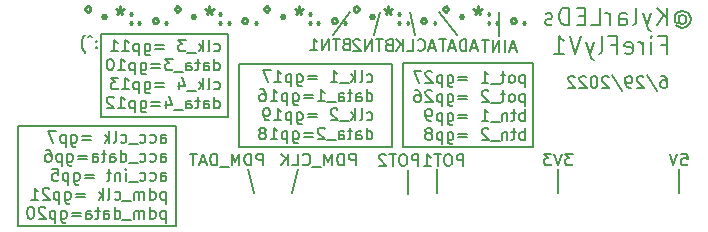
<source format=gbo>
%TF.GenerationSoftware,KiCad,Pcbnew,(6.0.6)*%
%TF.CreationDate,2022-06-29T14:14:22-05:00*%
%TF.ProjectId,FireflyV0,46697265-666c-4795-9630-2e6b69636164,rev?*%
%TF.SameCoordinates,Original*%
%TF.FileFunction,Legend,Bot*%
%TF.FilePolarity,Positive*%
%FSLAX46Y46*%
G04 Gerber Fmt 4.6, Leading zero omitted, Abs format (unit mm)*
G04 Created by KiCad (PCBNEW (6.0.6)) date 2022-06-29 14:14:22*
%MOMM*%
%LPD*%
G01*
G04 APERTURE LIST*
%ADD10C,0.150000*%
%ADD11C,0.250000*%
%ADD12C,0.200000*%
%ADD13O,1.700000X1.700000*%
%ADD14R,1.200000X1.400000*%
%ADD15C,2.010000*%
%ADD16C,1.524000*%
G04 APERTURE END LIST*
D10*
X47709523Y-19948571D02*
X47566666Y-19996190D01*
X47519047Y-20043809D01*
X47471428Y-20139047D01*
X47471428Y-20281904D01*
X47519047Y-20377142D01*
X47566666Y-20424761D01*
X47661904Y-20472380D01*
X48042857Y-20472380D01*
X48042857Y-19472380D01*
X47709523Y-19472380D01*
X47614285Y-19520000D01*
X47566666Y-19567619D01*
X47519047Y-19662857D01*
X47519047Y-19758095D01*
X47566666Y-19853333D01*
X47614285Y-19900952D01*
X47709523Y-19948571D01*
X48042857Y-19948571D01*
X47185714Y-19472380D02*
X46614285Y-19472380D01*
X46900000Y-20472380D02*
X46900000Y-19472380D01*
X46280952Y-20472380D02*
X46280952Y-19472380D01*
X45709523Y-20472380D01*
X45709523Y-19472380D01*
X44709523Y-20472380D02*
X45280952Y-20472380D01*
X44995238Y-20472380D02*
X44995238Y-19472380D01*
X45090476Y-19615238D01*
X45185714Y-19710476D01*
X45280952Y-19758095D01*
X51339523Y-19988571D02*
X51196666Y-20036190D01*
X51149047Y-20083809D01*
X51101428Y-20179047D01*
X51101428Y-20321904D01*
X51149047Y-20417142D01*
X51196666Y-20464761D01*
X51291904Y-20512380D01*
X51672857Y-20512380D01*
X51672857Y-19512380D01*
X51339523Y-19512380D01*
X51244285Y-19560000D01*
X51196666Y-19607619D01*
X51149047Y-19702857D01*
X51149047Y-19798095D01*
X51196666Y-19893333D01*
X51244285Y-19940952D01*
X51339523Y-19988571D01*
X51672857Y-19988571D01*
X50815714Y-19512380D02*
X50244285Y-19512380D01*
X50530000Y-20512380D02*
X50530000Y-19512380D01*
X49910952Y-20512380D02*
X49910952Y-19512380D01*
X49339523Y-20512380D01*
X49339523Y-19512380D01*
X48910952Y-19607619D02*
X48863333Y-19560000D01*
X48768095Y-19512380D01*
X48530000Y-19512380D01*
X48434761Y-19560000D01*
X48387142Y-19607619D01*
X48339523Y-19702857D01*
X48339523Y-19798095D01*
X48387142Y-19940952D01*
X48958571Y-20512380D01*
X48339523Y-20512380D01*
X55272857Y-20226666D02*
X54796666Y-20226666D01*
X55368095Y-20512380D02*
X55034761Y-19512380D01*
X54701428Y-20512380D01*
X53796666Y-20417142D02*
X53844285Y-20464761D01*
X53987142Y-20512380D01*
X54082380Y-20512380D01*
X54225238Y-20464761D01*
X54320476Y-20369523D01*
X54368095Y-20274285D01*
X54415714Y-20083809D01*
X54415714Y-19940952D01*
X54368095Y-19750476D01*
X54320476Y-19655238D01*
X54225238Y-19560000D01*
X54082380Y-19512380D01*
X53987142Y-19512380D01*
X53844285Y-19560000D01*
X53796666Y-19607619D01*
X52891904Y-20512380D02*
X53368095Y-20512380D01*
X53368095Y-19512380D01*
X52558571Y-20512380D02*
X52558571Y-19512380D01*
X51987142Y-20512380D02*
X52415714Y-19940952D01*
X51987142Y-19512380D02*
X52558571Y-20083809D01*
X58807619Y-20256666D02*
X58331428Y-20256666D01*
X58902857Y-20542380D02*
X58569523Y-19542380D01*
X58236190Y-20542380D01*
X57902857Y-20542380D02*
X57902857Y-19542380D01*
X57664761Y-19542380D01*
X57521904Y-19590000D01*
X57426666Y-19685238D01*
X57379047Y-19780476D01*
X57331428Y-19970952D01*
X57331428Y-20113809D01*
X57379047Y-20304285D01*
X57426666Y-20399523D01*
X57521904Y-20494761D01*
X57664761Y-20542380D01*
X57902857Y-20542380D01*
X56950476Y-20256666D02*
X56474285Y-20256666D01*
X57045714Y-20542380D02*
X56712380Y-19542380D01*
X56379047Y-20542380D01*
X56188571Y-19542380D02*
X55617142Y-19542380D01*
X55902857Y-20542380D02*
X55902857Y-19542380D01*
X62090952Y-20296666D02*
X61614761Y-20296666D01*
X62186190Y-20582380D02*
X61852857Y-19582380D01*
X61519523Y-20582380D01*
X61186190Y-20582380D02*
X61186190Y-19582380D01*
X60710000Y-20582380D02*
X60710000Y-19582380D01*
X60138571Y-20582380D01*
X60138571Y-19582380D01*
X59805238Y-19582380D02*
X59233809Y-19582380D01*
X59519523Y-20582380D02*
X59519523Y-19582380D01*
X46610000Y-19160000D02*
X48060000Y-17220000D01*
X50130000Y-19190000D02*
X50620000Y-17260000D01*
X53590000Y-19160000D02*
X53110000Y-17220000D01*
X60710000Y-19260000D02*
X60710000Y-17260000D01*
X57150000Y-19190000D02*
X55630000Y-17190000D01*
X53852857Y-30252380D02*
X53852857Y-29252380D01*
X53471904Y-29252380D01*
X53376666Y-29300000D01*
X53329047Y-29347619D01*
X53281428Y-29442857D01*
X53281428Y-29585714D01*
X53329047Y-29680952D01*
X53376666Y-29728571D01*
X53471904Y-29776190D01*
X53852857Y-29776190D01*
X52662380Y-29252380D02*
X52471904Y-29252380D01*
X52376666Y-29300000D01*
X52281428Y-29395238D01*
X52233809Y-29585714D01*
X52233809Y-29919047D01*
X52281428Y-30109523D01*
X52376666Y-30204761D01*
X52471904Y-30252380D01*
X52662380Y-30252380D01*
X52757619Y-30204761D01*
X52852857Y-30109523D01*
X52900476Y-29919047D01*
X52900476Y-29585714D01*
X52852857Y-29395238D01*
X52757619Y-29300000D01*
X52662380Y-29252380D01*
X51948095Y-29252380D02*
X51376666Y-29252380D01*
X51662380Y-30252380D02*
X51662380Y-29252380D01*
X51090952Y-29347619D02*
X51043333Y-29300000D01*
X50948095Y-29252380D01*
X50710000Y-29252380D01*
X50614761Y-29300000D01*
X50567142Y-29347619D01*
X50519523Y-29442857D01*
X50519523Y-29538095D01*
X50567142Y-29680952D01*
X51138571Y-30252380D01*
X50519523Y-30252380D01*
X53010000Y-32630000D02*
X53010000Y-30630000D01*
X32025833Y-28282380D02*
X32025833Y-27758571D01*
X32073452Y-27663333D01*
X32168690Y-27615714D01*
X32359166Y-27615714D01*
X32454404Y-27663333D01*
X32025833Y-28234761D02*
X32121071Y-28282380D01*
X32359166Y-28282380D01*
X32454404Y-28234761D01*
X32502023Y-28139523D01*
X32502023Y-28044285D01*
X32454404Y-27949047D01*
X32359166Y-27901428D01*
X32121071Y-27901428D01*
X32025833Y-27853809D01*
X31121071Y-28234761D02*
X31216309Y-28282380D01*
X31406785Y-28282380D01*
X31502023Y-28234761D01*
X31549642Y-28187142D01*
X31597261Y-28091904D01*
X31597261Y-27806190D01*
X31549642Y-27710952D01*
X31502023Y-27663333D01*
X31406785Y-27615714D01*
X31216309Y-27615714D01*
X31121071Y-27663333D01*
X30263928Y-28234761D02*
X30359166Y-28282380D01*
X30549642Y-28282380D01*
X30644880Y-28234761D01*
X30692500Y-28187142D01*
X30740119Y-28091904D01*
X30740119Y-27806190D01*
X30692500Y-27710952D01*
X30644880Y-27663333D01*
X30549642Y-27615714D01*
X30359166Y-27615714D01*
X30263928Y-27663333D01*
X30073452Y-28377619D02*
X29311547Y-28377619D01*
X28644880Y-28234761D02*
X28740119Y-28282380D01*
X28930595Y-28282380D01*
X29025833Y-28234761D01*
X29073452Y-28187142D01*
X29121071Y-28091904D01*
X29121071Y-27806190D01*
X29073452Y-27710952D01*
X29025833Y-27663333D01*
X28930595Y-27615714D01*
X28740119Y-27615714D01*
X28644880Y-27663333D01*
X28073452Y-28282380D02*
X28168690Y-28234761D01*
X28216309Y-28139523D01*
X28216309Y-27282380D01*
X27692500Y-28282380D02*
X27692500Y-27282380D01*
X27597261Y-27901428D02*
X27311547Y-28282380D01*
X27311547Y-27615714D02*
X27692500Y-27996666D01*
X26121071Y-27758571D02*
X25359166Y-27758571D01*
X25359166Y-28044285D02*
X26121071Y-28044285D01*
X24454404Y-27615714D02*
X24454404Y-28425238D01*
X24502023Y-28520476D01*
X24549642Y-28568095D01*
X24644880Y-28615714D01*
X24787738Y-28615714D01*
X24882976Y-28568095D01*
X24454404Y-28234761D02*
X24549642Y-28282380D01*
X24740119Y-28282380D01*
X24835357Y-28234761D01*
X24882976Y-28187142D01*
X24930595Y-28091904D01*
X24930595Y-27806190D01*
X24882976Y-27710952D01*
X24835357Y-27663333D01*
X24740119Y-27615714D01*
X24549642Y-27615714D01*
X24454404Y-27663333D01*
X23978214Y-27615714D02*
X23978214Y-28615714D01*
X23978214Y-27663333D02*
X23882976Y-27615714D01*
X23692500Y-27615714D01*
X23597261Y-27663333D01*
X23549642Y-27710952D01*
X23502023Y-27806190D01*
X23502023Y-28091904D01*
X23549642Y-28187142D01*
X23597261Y-28234761D01*
X23692500Y-28282380D01*
X23882976Y-28282380D01*
X23978214Y-28234761D01*
X23168690Y-27282380D02*
X22502023Y-27282380D01*
X22930595Y-28282380D01*
X32025833Y-29892380D02*
X32025833Y-29368571D01*
X32073452Y-29273333D01*
X32168690Y-29225714D01*
X32359166Y-29225714D01*
X32454404Y-29273333D01*
X32025833Y-29844761D02*
X32121071Y-29892380D01*
X32359166Y-29892380D01*
X32454404Y-29844761D01*
X32502023Y-29749523D01*
X32502023Y-29654285D01*
X32454404Y-29559047D01*
X32359166Y-29511428D01*
X32121071Y-29511428D01*
X32025833Y-29463809D01*
X31121071Y-29844761D02*
X31216309Y-29892380D01*
X31406785Y-29892380D01*
X31502023Y-29844761D01*
X31549642Y-29797142D01*
X31597261Y-29701904D01*
X31597261Y-29416190D01*
X31549642Y-29320952D01*
X31502023Y-29273333D01*
X31406785Y-29225714D01*
X31216309Y-29225714D01*
X31121071Y-29273333D01*
X30263928Y-29844761D02*
X30359166Y-29892380D01*
X30549642Y-29892380D01*
X30644880Y-29844761D01*
X30692500Y-29797142D01*
X30740119Y-29701904D01*
X30740119Y-29416190D01*
X30692500Y-29320952D01*
X30644880Y-29273333D01*
X30549642Y-29225714D01*
X30359166Y-29225714D01*
X30263928Y-29273333D01*
X30073452Y-29987619D02*
X29311547Y-29987619D01*
X28644880Y-29892380D02*
X28644880Y-28892380D01*
X28644880Y-29844761D02*
X28740119Y-29892380D01*
X28930595Y-29892380D01*
X29025833Y-29844761D01*
X29073452Y-29797142D01*
X29121071Y-29701904D01*
X29121071Y-29416190D01*
X29073452Y-29320952D01*
X29025833Y-29273333D01*
X28930595Y-29225714D01*
X28740119Y-29225714D01*
X28644880Y-29273333D01*
X27740119Y-29892380D02*
X27740119Y-29368571D01*
X27787738Y-29273333D01*
X27882976Y-29225714D01*
X28073452Y-29225714D01*
X28168690Y-29273333D01*
X27740119Y-29844761D02*
X27835357Y-29892380D01*
X28073452Y-29892380D01*
X28168690Y-29844761D01*
X28216309Y-29749523D01*
X28216309Y-29654285D01*
X28168690Y-29559047D01*
X28073452Y-29511428D01*
X27835357Y-29511428D01*
X27740119Y-29463809D01*
X27406785Y-29225714D02*
X27025833Y-29225714D01*
X27263928Y-28892380D02*
X27263928Y-29749523D01*
X27216309Y-29844761D01*
X27121071Y-29892380D01*
X27025833Y-29892380D01*
X26263928Y-29892380D02*
X26263928Y-29368571D01*
X26311547Y-29273333D01*
X26406785Y-29225714D01*
X26597261Y-29225714D01*
X26692500Y-29273333D01*
X26263928Y-29844761D02*
X26359166Y-29892380D01*
X26597261Y-29892380D01*
X26692500Y-29844761D01*
X26740119Y-29749523D01*
X26740119Y-29654285D01*
X26692500Y-29559047D01*
X26597261Y-29511428D01*
X26359166Y-29511428D01*
X26263928Y-29463809D01*
X25787738Y-29368571D02*
X25025833Y-29368571D01*
X25025833Y-29654285D02*
X25787738Y-29654285D01*
X24121071Y-29225714D02*
X24121071Y-30035238D01*
X24168690Y-30130476D01*
X24216309Y-30178095D01*
X24311547Y-30225714D01*
X24454404Y-30225714D01*
X24549642Y-30178095D01*
X24121071Y-29844761D02*
X24216309Y-29892380D01*
X24406785Y-29892380D01*
X24502023Y-29844761D01*
X24549642Y-29797142D01*
X24597261Y-29701904D01*
X24597261Y-29416190D01*
X24549642Y-29320952D01*
X24502023Y-29273333D01*
X24406785Y-29225714D01*
X24216309Y-29225714D01*
X24121071Y-29273333D01*
X23644880Y-29225714D02*
X23644880Y-30225714D01*
X23644880Y-29273333D02*
X23549642Y-29225714D01*
X23359166Y-29225714D01*
X23263928Y-29273333D01*
X23216309Y-29320952D01*
X23168690Y-29416190D01*
X23168690Y-29701904D01*
X23216309Y-29797142D01*
X23263928Y-29844761D01*
X23359166Y-29892380D01*
X23549642Y-29892380D01*
X23644880Y-29844761D01*
X22311547Y-28892380D02*
X22502023Y-28892380D01*
X22597261Y-28940000D01*
X22644880Y-28987619D01*
X22740119Y-29130476D01*
X22787738Y-29320952D01*
X22787738Y-29701904D01*
X22740119Y-29797142D01*
X22692500Y-29844761D01*
X22597261Y-29892380D01*
X22406785Y-29892380D01*
X22311547Y-29844761D01*
X22263928Y-29797142D01*
X22216309Y-29701904D01*
X22216309Y-29463809D01*
X22263928Y-29368571D01*
X22311547Y-29320952D01*
X22406785Y-29273333D01*
X22597261Y-29273333D01*
X22692500Y-29320952D01*
X22740119Y-29368571D01*
X22787738Y-29463809D01*
X32025833Y-31502380D02*
X32025833Y-30978571D01*
X32073452Y-30883333D01*
X32168690Y-30835714D01*
X32359166Y-30835714D01*
X32454404Y-30883333D01*
X32025833Y-31454761D02*
X32121071Y-31502380D01*
X32359166Y-31502380D01*
X32454404Y-31454761D01*
X32502023Y-31359523D01*
X32502023Y-31264285D01*
X32454404Y-31169047D01*
X32359166Y-31121428D01*
X32121071Y-31121428D01*
X32025833Y-31073809D01*
X31121071Y-31454761D02*
X31216309Y-31502380D01*
X31406785Y-31502380D01*
X31502023Y-31454761D01*
X31549642Y-31407142D01*
X31597261Y-31311904D01*
X31597261Y-31026190D01*
X31549642Y-30930952D01*
X31502023Y-30883333D01*
X31406785Y-30835714D01*
X31216309Y-30835714D01*
X31121071Y-30883333D01*
X30263928Y-31454761D02*
X30359166Y-31502380D01*
X30549642Y-31502380D01*
X30644880Y-31454761D01*
X30692500Y-31407142D01*
X30740119Y-31311904D01*
X30740119Y-31026190D01*
X30692500Y-30930952D01*
X30644880Y-30883333D01*
X30549642Y-30835714D01*
X30359166Y-30835714D01*
X30263928Y-30883333D01*
X30073452Y-31597619D02*
X29311547Y-31597619D01*
X29073452Y-31502380D02*
X29073452Y-30835714D01*
X29073452Y-30502380D02*
X29121071Y-30550000D01*
X29073452Y-30597619D01*
X29025833Y-30550000D01*
X29073452Y-30502380D01*
X29073452Y-30597619D01*
X28597261Y-30835714D02*
X28597261Y-31502380D01*
X28597261Y-30930952D02*
X28549642Y-30883333D01*
X28454404Y-30835714D01*
X28311547Y-30835714D01*
X28216309Y-30883333D01*
X28168690Y-30978571D01*
X28168690Y-31502380D01*
X27835357Y-30835714D02*
X27454404Y-30835714D01*
X27692500Y-30502380D02*
X27692500Y-31359523D01*
X27644880Y-31454761D01*
X27549642Y-31502380D01*
X27454404Y-31502380D01*
X26359166Y-30978571D02*
X25597261Y-30978571D01*
X25597261Y-31264285D02*
X26359166Y-31264285D01*
X24692499Y-30835714D02*
X24692499Y-31645238D01*
X24740119Y-31740476D01*
X24787738Y-31788095D01*
X24882976Y-31835714D01*
X25025833Y-31835714D01*
X25121071Y-31788095D01*
X24692499Y-31454761D02*
X24787738Y-31502380D01*
X24978214Y-31502380D01*
X25073452Y-31454761D01*
X25121071Y-31407142D01*
X25168690Y-31311904D01*
X25168690Y-31026190D01*
X25121071Y-30930952D01*
X25073452Y-30883333D01*
X24978214Y-30835714D01*
X24787738Y-30835714D01*
X24692499Y-30883333D01*
X24216309Y-30835714D02*
X24216309Y-31835714D01*
X24216309Y-30883333D02*
X24121071Y-30835714D01*
X23930595Y-30835714D01*
X23835357Y-30883333D01*
X23787738Y-30930952D01*
X23740119Y-31026190D01*
X23740119Y-31311904D01*
X23787738Y-31407142D01*
X23835357Y-31454761D01*
X23930595Y-31502380D01*
X24121071Y-31502380D01*
X24216309Y-31454761D01*
X22835357Y-30502380D02*
X23311547Y-30502380D01*
X23359166Y-30978571D01*
X23311547Y-30930952D01*
X23216309Y-30883333D01*
X22978214Y-30883333D01*
X22882976Y-30930952D01*
X22835357Y-30978571D01*
X22787738Y-31073809D01*
X22787738Y-31311904D01*
X22835357Y-31407142D01*
X22882976Y-31454761D01*
X22978214Y-31502380D01*
X23216309Y-31502380D01*
X23311547Y-31454761D01*
X23359166Y-31407142D01*
X32454404Y-32445714D02*
X32454404Y-33445714D01*
X32454404Y-32493333D02*
X32359166Y-32445714D01*
X32168690Y-32445714D01*
X32073452Y-32493333D01*
X32025833Y-32540952D01*
X31978214Y-32636190D01*
X31978214Y-32921904D01*
X32025833Y-33017142D01*
X32073452Y-33064761D01*
X32168690Y-33112380D01*
X32359166Y-33112380D01*
X32454404Y-33064761D01*
X31121071Y-33112380D02*
X31121071Y-32112380D01*
X31121071Y-33064761D02*
X31216309Y-33112380D01*
X31406785Y-33112380D01*
X31502023Y-33064761D01*
X31549642Y-33017142D01*
X31597261Y-32921904D01*
X31597261Y-32636190D01*
X31549642Y-32540952D01*
X31502023Y-32493333D01*
X31406785Y-32445714D01*
X31216309Y-32445714D01*
X31121071Y-32493333D01*
X30644880Y-33112380D02*
X30644880Y-32445714D01*
X30644880Y-32540952D02*
X30597261Y-32493333D01*
X30502023Y-32445714D01*
X30359166Y-32445714D01*
X30263928Y-32493333D01*
X30216309Y-32588571D01*
X30216309Y-33112380D01*
X30216309Y-32588571D02*
X30168690Y-32493333D01*
X30073452Y-32445714D01*
X29930595Y-32445714D01*
X29835357Y-32493333D01*
X29787738Y-32588571D01*
X29787738Y-33112380D01*
X29549642Y-33207619D02*
X28787738Y-33207619D01*
X28121071Y-33064761D02*
X28216309Y-33112380D01*
X28406785Y-33112380D01*
X28502023Y-33064761D01*
X28549642Y-33017142D01*
X28597261Y-32921904D01*
X28597261Y-32636190D01*
X28549642Y-32540952D01*
X28502023Y-32493333D01*
X28406785Y-32445714D01*
X28216309Y-32445714D01*
X28121071Y-32493333D01*
X27549642Y-33112380D02*
X27644880Y-33064761D01*
X27692500Y-32969523D01*
X27692500Y-32112380D01*
X27168690Y-33112380D02*
X27168690Y-32112380D01*
X27073452Y-32731428D02*
X26787738Y-33112380D01*
X26787738Y-32445714D02*
X27168690Y-32826666D01*
X25597261Y-32588571D02*
X24835357Y-32588571D01*
X24835357Y-32874285D02*
X25597261Y-32874285D01*
X23930595Y-32445714D02*
X23930595Y-33255238D01*
X23978214Y-33350476D01*
X24025833Y-33398095D01*
X24121071Y-33445714D01*
X24263928Y-33445714D01*
X24359166Y-33398095D01*
X23930595Y-33064761D02*
X24025833Y-33112380D01*
X24216309Y-33112380D01*
X24311547Y-33064761D01*
X24359166Y-33017142D01*
X24406785Y-32921904D01*
X24406785Y-32636190D01*
X24359166Y-32540952D01*
X24311547Y-32493333D01*
X24216309Y-32445714D01*
X24025833Y-32445714D01*
X23930595Y-32493333D01*
X23454404Y-32445714D02*
X23454404Y-33445714D01*
X23454404Y-32493333D02*
X23359166Y-32445714D01*
X23168690Y-32445714D01*
X23073452Y-32493333D01*
X23025833Y-32540952D01*
X22978214Y-32636190D01*
X22978214Y-32921904D01*
X23025833Y-33017142D01*
X23073452Y-33064761D01*
X23168690Y-33112380D01*
X23359166Y-33112380D01*
X23454404Y-33064761D01*
X22597261Y-32207619D02*
X22549642Y-32160000D01*
X22454404Y-32112380D01*
X22216309Y-32112380D01*
X22121071Y-32160000D01*
X22073452Y-32207619D01*
X22025833Y-32302857D01*
X22025833Y-32398095D01*
X22073452Y-32540952D01*
X22644880Y-33112380D01*
X22025833Y-33112380D01*
X21073452Y-33112380D02*
X21644880Y-33112380D01*
X21359166Y-33112380D02*
X21359166Y-32112380D01*
X21454404Y-32255238D01*
X21549642Y-32350476D01*
X21644880Y-32398095D01*
X32454404Y-34055714D02*
X32454404Y-35055714D01*
X32454404Y-34103333D02*
X32359166Y-34055714D01*
X32168690Y-34055714D01*
X32073452Y-34103333D01*
X32025833Y-34150952D01*
X31978214Y-34246190D01*
X31978214Y-34531904D01*
X32025833Y-34627142D01*
X32073452Y-34674761D01*
X32168690Y-34722380D01*
X32359166Y-34722380D01*
X32454404Y-34674761D01*
X31121071Y-34722380D02*
X31121071Y-33722380D01*
X31121071Y-34674761D02*
X31216309Y-34722380D01*
X31406785Y-34722380D01*
X31502023Y-34674761D01*
X31549642Y-34627142D01*
X31597261Y-34531904D01*
X31597261Y-34246190D01*
X31549642Y-34150952D01*
X31502023Y-34103333D01*
X31406785Y-34055714D01*
X31216309Y-34055714D01*
X31121071Y-34103333D01*
X30644880Y-34722380D02*
X30644880Y-34055714D01*
X30644880Y-34150952D02*
X30597261Y-34103333D01*
X30502023Y-34055714D01*
X30359166Y-34055714D01*
X30263928Y-34103333D01*
X30216309Y-34198571D01*
X30216309Y-34722380D01*
X30216309Y-34198571D02*
X30168690Y-34103333D01*
X30073452Y-34055714D01*
X29930595Y-34055714D01*
X29835357Y-34103333D01*
X29787738Y-34198571D01*
X29787738Y-34722380D01*
X29549642Y-34817619D02*
X28787738Y-34817619D01*
X28121071Y-34722380D02*
X28121071Y-33722380D01*
X28121071Y-34674761D02*
X28216309Y-34722380D01*
X28406785Y-34722380D01*
X28502023Y-34674761D01*
X28549642Y-34627142D01*
X28597261Y-34531904D01*
X28597261Y-34246190D01*
X28549642Y-34150952D01*
X28502023Y-34103333D01*
X28406785Y-34055714D01*
X28216309Y-34055714D01*
X28121071Y-34103333D01*
X27216309Y-34722380D02*
X27216309Y-34198571D01*
X27263928Y-34103333D01*
X27359166Y-34055714D01*
X27549642Y-34055714D01*
X27644880Y-34103333D01*
X27216309Y-34674761D02*
X27311547Y-34722380D01*
X27549642Y-34722380D01*
X27644880Y-34674761D01*
X27692500Y-34579523D01*
X27692500Y-34484285D01*
X27644880Y-34389047D01*
X27549642Y-34341428D01*
X27311547Y-34341428D01*
X27216309Y-34293809D01*
X26882976Y-34055714D02*
X26502023Y-34055714D01*
X26740119Y-33722380D02*
X26740119Y-34579523D01*
X26692500Y-34674761D01*
X26597261Y-34722380D01*
X26502023Y-34722380D01*
X25740119Y-34722380D02*
X25740119Y-34198571D01*
X25787738Y-34103333D01*
X25882976Y-34055714D01*
X26073452Y-34055714D01*
X26168690Y-34103333D01*
X25740119Y-34674761D02*
X25835357Y-34722380D01*
X26073452Y-34722380D01*
X26168690Y-34674761D01*
X26216309Y-34579523D01*
X26216309Y-34484285D01*
X26168690Y-34389047D01*
X26073452Y-34341428D01*
X25835357Y-34341428D01*
X25740119Y-34293809D01*
X25263928Y-34198571D02*
X24502023Y-34198571D01*
X24502023Y-34484285D02*
X25263928Y-34484285D01*
X23597261Y-34055714D02*
X23597261Y-34865238D01*
X23644880Y-34960476D01*
X23692500Y-35008095D01*
X23787738Y-35055714D01*
X23930595Y-35055714D01*
X24025833Y-35008095D01*
X23597261Y-34674761D02*
X23692500Y-34722380D01*
X23882976Y-34722380D01*
X23978214Y-34674761D01*
X24025833Y-34627142D01*
X24073452Y-34531904D01*
X24073452Y-34246190D01*
X24025833Y-34150952D01*
X23978214Y-34103333D01*
X23882976Y-34055714D01*
X23692500Y-34055714D01*
X23597261Y-34103333D01*
X23121071Y-34055714D02*
X23121071Y-35055714D01*
X23121071Y-34103333D02*
X23025833Y-34055714D01*
X22835357Y-34055714D01*
X22740119Y-34103333D01*
X22692500Y-34150952D01*
X22644880Y-34246190D01*
X22644880Y-34531904D01*
X22692500Y-34627142D01*
X22740119Y-34674761D01*
X22835357Y-34722380D01*
X23025833Y-34722380D01*
X23121071Y-34674761D01*
X22263928Y-33817619D02*
X22216309Y-33770000D01*
X22121071Y-33722380D01*
X21882976Y-33722380D01*
X21787738Y-33770000D01*
X21740119Y-33817619D01*
X21692500Y-33912857D01*
X21692500Y-34008095D01*
X21740119Y-34150952D01*
X22311547Y-34722380D01*
X21692500Y-34722380D01*
X21073452Y-33722380D02*
X20978214Y-33722380D01*
X20882976Y-33770000D01*
X20835357Y-33817619D01*
X20787738Y-33912857D01*
X20740119Y-34103333D01*
X20740119Y-34341428D01*
X20787738Y-34531904D01*
X20835357Y-34627142D01*
X20882976Y-34674761D01*
X20978214Y-34722380D01*
X21073452Y-34722380D01*
X21168690Y-34674761D01*
X21216309Y-34627142D01*
X21263928Y-34531904D01*
X21311547Y-34341428D01*
X21311547Y-34103333D01*
X21263928Y-33912857D01*
X21216309Y-33817619D01*
X21168690Y-33770000D01*
X21073452Y-33722380D01*
X19930000Y-26830000D02*
X33305000Y-26830000D01*
X33305000Y-26830000D02*
X33305000Y-35300000D01*
X33305000Y-35300000D02*
X19930000Y-35300000D01*
X19930000Y-35300000D02*
X19930000Y-26830000D01*
X55420000Y-32510000D02*
X55420000Y-30510000D01*
X39920000Y-32510000D02*
X39420000Y-30510000D01*
X38640000Y-21580000D02*
X51640000Y-21580000D01*
X51640000Y-21580000D02*
X51640000Y-28660000D01*
X51640000Y-28660000D02*
X38640000Y-28660000D01*
X38640000Y-28660000D02*
X38640000Y-21580000D01*
X52570000Y-21540000D02*
X63570000Y-21540000D01*
X63570000Y-21540000D02*
X63570000Y-28660000D01*
X63570000Y-28660000D02*
X52570000Y-28660000D01*
X52570000Y-28660000D02*
X52570000Y-21540000D01*
X43670000Y-30510000D02*
X43170000Y-32510000D01*
X65670000Y-32510000D02*
X65670000Y-30510000D01*
X26950000Y-19070000D02*
X37720000Y-19070000D01*
X37720000Y-19070000D02*
X37720000Y-26090000D01*
X37720000Y-26090000D02*
X26950000Y-26090000D01*
X26950000Y-26090000D02*
X26950000Y-19070000D01*
X75920000Y-32510000D02*
X75920000Y-30510000D01*
D11*
X62791428Y-18105714D02*
X62720000Y-18177142D01*
X62791428Y-18248571D01*
X62862857Y-18177142D01*
X62791428Y-18105714D01*
X62791428Y-18248571D01*
X61934285Y-17748571D02*
X61791428Y-17748571D01*
X61648571Y-17891428D01*
X61648571Y-18034285D01*
X61791428Y-18177142D01*
X61934285Y-18177142D01*
X62077142Y-18034285D01*
X62077142Y-17891428D01*
X61934285Y-17748571D01*
X60505714Y-18105714D02*
X60434285Y-18177142D01*
X60505714Y-18248571D01*
X60577142Y-18177142D01*
X60505714Y-18105714D01*
X60505714Y-18248571D01*
X59791428Y-18105714D02*
X59719999Y-18177142D01*
X59791428Y-18248571D01*
X59862857Y-18177142D01*
X59791428Y-18105714D01*
X59791428Y-18248571D01*
X59791428Y-17320000D02*
X59719999Y-17391428D01*
X59791428Y-17462857D01*
X59862857Y-17391428D01*
X59791428Y-17320000D01*
X59791428Y-17462857D01*
X58862857Y-16748571D02*
X58862857Y-17105714D01*
X59219999Y-16962857D02*
X58862857Y-17105714D01*
X58505714Y-16962857D01*
X59077142Y-17391428D02*
X58862857Y-17105714D01*
X58648571Y-17391428D01*
X57577142Y-17462857D02*
X57434285Y-17462857D01*
X57362857Y-17534285D01*
X57362857Y-17677142D01*
X57434285Y-17748571D01*
X57577142Y-17748571D01*
X57648571Y-17677142D01*
X57648571Y-17534285D01*
X57577142Y-17462857D01*
X56148571Y-16748571D02*
X56291428Y-16820000D01*
X56362857Y-16962857D01*
X56291428Y-17105714D01*
X56148571Y-17177142D01*
X56005714Y-17105714D01*
X55934285Y-16962857D01*
X56005714Y-16820000D01*
X56148571Y-16748571D01*
X55219999Y-18105714D02*
X55148571Y-18177142D01*
X55219999Y-18248571D01*
X55291428Y-18177142D01*
X55219999Y-18105714D01*
X55219999Y-18248571D01*
X54362857Y-17748571D02*
X54219999Y-17748571D01*
X54077142Y-17891428D01*
X54077142Y-18034285D01*
X54219999Y-18177142D01*
X54362857Y-18177142D01*
X54505714Y-18034285D01*
X54505714Y-17891428D01*
X54362857Y-17748571D01*
X52934285Y-18105714D02*
X52862857Y-18177142D01*
X52934285Y-18248571D01*
X53005714Y-18177142D01*
X52934285Y-18105714D01*
X52934285Y-18248571D01*
X52219999Y-18105714D02*
X52148571Y-18177142D01*
X52219999Y-18248571D01*
X52291428Y-18177142D01*
X52219999Y-18105714D01*
X52219999Y-18248571D01*
X52219999Y-17320000D02*
X52148571Y-17391428D01*
X52219999Y-17462857D01*
X52291428Y-17391428D01*
X52219999Y-17320000D01*
X52219999Y-17462857D01*
X51291428Y-16748571D02*
X51291428Y-17105714D01*
X51648571Y-16962857D02*
X51291428Y-17105714D01*
X50934285Y-16962857D01*
X51505714Y-17391428D02*
X51291428Y-17105714D01*
X51077142Y-17391428D01*
X50005714Y-17462857D02*
X49862857Y-17462857D01*
X49791428Y-17534285D01*
X49791428Y-17677142D01*
X49862857Y-17748571D01*
X50005714Y-17748571D01*
X50077142Y-17677142D01*
X50077142Y-17534285D01*
X50005714Y-17462857D01*
X48577142Y-16748571D02*
X48719999Y-16820000D01*
X48791428Y-16962857D01*
X48719999Y-17105714D01*
X48577142Y-17177142D01*
X48434285Y-17105714D01*
X48362857Y-16962857D01*
X48434285Y-16820000D01*
X48577142Y-16748571D01*
X47648571Y-18105714D02*
X47577142Y-18177142D01*
X47648571Y-18248571D01*
X47719999Y-18177142D01*
X47648571Y-18105714D01*
X47648571Y-18248571D01*
X46791428Y-17748571D02*
X46648571Y-17748571D01*
X46505714Y-17891428D01*
X46505714Y-18034285D01*
X46648571Y-18177142D01*
X46791428Y-18177142D01*
X46934285Y-18034285D01*
X46934285Y-17891428D01*
X46791428Y-17748571D01*
X45362857Y-18105714D02*
X45291428Y-18177142D01*
X45362857Y-18248571D01*
X45434285Y-18177142D01*
X45362857Y-18105714D01*
X45362857Y-18248571D01*
X44648571Y-18105714D02*
X44577142Y-18177142D01*
X44648571Y-18248571D01*
X44720000Y-18177142D01*
X44648571Y-18105714D01*
X44648571Y-18248571D01*
X44648571Y-17320000D02*
X44577142Y-17391428D01*
X44648571Y-17462857D01*
X44720000Y-17391428D01*
X44648571Y-17320000D01*
X44648571Y-17462857D01*
X43720000Y-16748571D02*
X43720000Y-17105714D01*
X44077142Y-16962857D02*
X43720000Y-17105714D01*
X43362857Y-16962857D01*
X43934285Y-17391428D02*
X43720000Y-17105714D01*
X43505714Y-17391428D01*
X42434285Y-17462857D02*
X42291428Y-17462857D01*
X42220000Y-17534285D01*
X42220000Y-17677142D01*
X42291428Y-17748571D01*
X42434285Y-17748571D01*
X42505714Y-17677142D01*
X42505714Y-17534285D01*
X42434285Y-17462857D01*
X41005714Y-16748571D02*
X41148571Y-16820000D01*
X41220000Y-16962857D01*
X41148571Y-17105714D01*
X41005714Y-17177142D01*
X40862857Y-17105714D01*
X40791428Y-16962857D01*
X40862857Y-16820000D01*
X41005714Y-16748571D01*
X40077142Y-18105714D02*
X40005714Y-18177142D01*
X40077142Y-18248571D01*
X40148571Y-18177142D01*
X40077142Y-18105714D01*
X40077142Y-18248571D01*
X39220000Y-17748571D02*
X39077142Y-17748571D01*
X38934285Y-17891428D01*
X38934285Y-18034285D01*
X39077142Y-18177142D01*
X39220000Y-18177142D01*
X39362857Y-18034285D01*
X39362857Y-17891428D01*
X39220000Y-17748571D01*
X37791428Y-18105714D02*
X37720000Y-18177142D01*
X37791428Y-18248571D01*
X37862857Y-18177142D01*
X37791428Y-18105714D01*
X37791428Y-18248571D01*
X37077142Y-18105714D02*
X37005714Y-18177142D01*
X37077142Y-18248571D01*
X37148571Y-18177142D01*
X37077142Y-18105714D01*
X37077142Y-18248571D01*
X37077142Y-17320000D02*
X37005714Y-17391428D01*
X37077142Y-17462857D01*
X37148571Y-17391428D01*
X37077142Y-17320000D01*
X37077142Y-17462857D01*
X36148571Y-16748571D02*
X36148571Y-17105714D01*
X36505714Y-16962857D02*
X36148571Y-17105714D01*
X35791428Y-16962857D01*
X36362857Y-17391428D02*
X36148571Y-17105714D01*
X35934285Y-17391428D01*
X34862857Y-17462857D02*
X34720000Y-17462857D01*
X34648571Y-17534285D01*
X34648571Y-17677142D01*
X34720000Y-17748571D01*
X34862857Y-17748571D01*
X34934285Y-17677142D01*
X34934285Y-17534285D01*
X34862857Y-17462857D01*
X33434285Y-16748571D02*
X33577142Y-16820000D01*
X33648571Y-16962857D01*
X33577142Y-17105714D01*
X33434285Y-17177142D01*
X33291428Y-17105714D01*
X33220000Y-16962857D01*
X33291428Y-16820000D01*
X33434285Y-16748571D01*
X32505714Y-18105714D02*
X32434285Y-18177142D01*
X32505714Y-18248571D01*
X32577142Y-18177142D01*
X32505714Y-18105714D01*
X32505714Y-18248571D01*
X31648571Y-17748571D02*
X31505714Y-17748571D01*
X31362857Y-17891428D01*
X31362857Y-18034285D01*
X31505714Y-18177142D01*
X31648571Y-18177142D01*
X31791428Y-18034285D01*
X31791428Y-17891428D01*
X31648571Y-17748571D01*
X30220000Y-18105714D02*
X30148571Y-18177142D01*
X30220000Y-18248571D01*
X30291428Y-18177142D01*
X30220000Y-18105714D01*
X30220000Y-18248571D01*
X29505714Y-18105714D02*
X29434285Y-18177142D01*
X29505714Y-18248571D01*
X29577142Y-18177142D01*
X29505714Y-18105714D01*
X29505714Y-18248571D01*
X29505714Y-17320000D02*
X29434285Y-17391428D01*
X29505714Y-17462857D01*
X29577142Y-17391428D01*
X29505714Y-17320000D01*
X29505714Y-17462857D01*
X28577142Y-16748571D02*
X28577142Y-17105714D01*
X28934285Y-16962857D02*
X28577142Y-17105714D01*
X28220000Y-16962857D01*
X28791428Y-17391428D02*
X28577142Y-17105714D01*
X28362857Y-17391428D01*
X27291428Y-17462857D02*
X27148571Y-17462857D01*
X27077142Y-17534285D01*
X27077142Y-17677142D01*
X27148571Y-17748571D01*
X27291428Y-17748571D01*
X27362857Y-17677142D01*
X27362857Y-17534285D01*
X27291428Y-17462857D01*
X25862857Y-16748571D02*
X26005714Y-16820000D01*
X26077142Y-16962857D01*
X26005714Y-17105714D01*
X25862857Y-17177142D01*
X25720000Y-17105714D01*
X25648571Y-16962857D01*
X25720000Y-16820000D01*
X25862857Y-16748571D01*
D10*
X76110476Y-29212380D02*
X76586666Y-29212380D01*
X76634285Y-29688571D01*
X76586666Y-29640952D01*
X76491428Y-29593333D01*
X76253333Y-29593333D01*
X76158095Y-29640952D01*
X76110476Y-29688571D01*
X76062857Y-29783809D01*
X76062857Y-30021904D01*
X76110476Y-30117142D01*
X76158095Y-30164761D01*
X76253333Y-30212380D01*
X76491428Y-30212380D01*
X76586666Y-30164761D01*
X76634285Y-30117142D01*
X75777142Y-29212380D02*
X75443809Y-30212380D01*
X75110476Y-29212380D01*
X74432214Y-22632380D02*
X74622690Y-22632380D01*
X74717929Y-22680000D01*
X74765548Y-22727619D01*
X74860786Y-22870476D01*
X74908405Y-23060952D01*
X74908405Y-23441904D01*
X74860786Y-23537142D01*
X74813167Y-23584761D01*
X74717929Y-23632380D01*
X74527452Y-23632380D01*
X74432214Y-23584761D01*
X74384595Y-23537142D01*
X74336976Y-23441904D01*
X74336976Y-23203809D01*
X74384595Y-23108571D01*
X74432214Y-23060952D01*
X74527452Y-23013333D01*
X74717929Y-23013333D01*
X74813167Y-23060952D01*
X74860786Y-23108571D01*
X74908405Y-23203809D01*
X73194119Y-22584761D02*
X74051262Y-23870476D01*
X72908405Y-22727619D02*
X72860786Y-22680000D01*
X72765548Y-22632380D01*
X72527452Y-22632380D01*
X72432214Y-22680000D01*
X72384595Y-22727619D01*
X72336976Y-22822857D01*
X72336976Y-22918095D01*
X72384595Y-23060952D01*
X72956024Y-23632380D01*
X72336976Y-23632380D01*
X71860786Y-23632380D02*
X71670309Y-23632380D01*
X71575071Y-23584761D01*
X71527452Y-23537142D01*
X71432214Y-23394285D01*
X71384595Y-23203809D01*
X71384595Y-22822857D01*
X71432214Y-22727619D01*
X71479833Y-22680000D01*
X71575071Y-22632380D01*
X71765548Y-22632380D01*
X71860786Y-22680000D01*
X71908405Y-22727619D01*
X71956024Y-22822857D01*
X71956024Y-23060952D01*
X71908405Y-23156190D01*
X71860786Y-23203809D01*
X71765548Y-23251428D01*
X71575071Y-23251428D01*
X71479833Y-23203809D01*
X71432214Y-23156190D01*
X71384595Y-23060952D01*
X70241738Y-22584761D02*
X71098881Y-23870476D01*
X69956024Y-22727619D02*
X69908405Y-22680000D01*
X69813167Y-22632380D01*
X69575071Y-22632380D01*
X69479833Y-22680000D01*
X69432214Y-22727619D01*
X69384595Y-22822857D01*
X69384595Y-22918095D01*
X69432214Y-23060952D01*
X70003643Y-23632380D01*
X69384595Y-23632380D01*
X68765548Y-22632380D02*
X68670309Y-22632380D01*
X68575071Y-22680000D01*
X68527452Y-22727619D01*
X68479833Y-22822857D01*
X68432214Y-23013333D01*
X68432214Y-23251428D01*
X68479833Y-23441904D01*
X68527452Y-23537142D01*
X68575071Y-23584761D01*
X68670309Y-23632380D01*
X68765548Y-23632380D01*
X68860786Y-23584761D01*
X68908405Y-23537142D01*
X68956024Y-23441904D01*
X69003643Y-23251428D01*
X69003643Y-23013333D01*
X68956024Y-22822857D01*
X68908405Y-22727619D01*
X68860786Y-22680000D01*
X68765548Y-22632380D01*
X68051262Y-22727619D02*
X68003643Y-22680000D01*
X67908405Y-22632380D01*
X67670309Y-22632380D01*
X67575071Y-22680000D01*
X67527452Y-22727619D01*
X67479833Y-22822857D01*
X67479833Y-22918095D01*
X67527452Y-23060952D01*
X68098881Y-23632380D01*
X67479833Y-23632380D01*
X67098881Y-22727619D02*
X67051262Y-22680000D01*
X66956024Y-22632380D01*
X66717929Y-22632380D01*
X66622690Y-22680000D01*
X66575071Y-22727619D01*
X66527452Y-22822857D01*
X66527452Y-22918095D01*
X66575071Y-23060952D01*
X67146500Y-23632380D01*
X66527452Y-23632380D01*
X66908095Y-29212380D02*
X66289047Y-29212380D01*
X66622380Y-29593333D01*
X66479523Y-29593333D01*
X66384285Y-29640952D01*
X66336666Y-29688571D01*
X66289047Y-29783809D01*
X66289047Y-30021904D01*
X66336666Y-30117142D01*
X66384285Y-30164761D01*
X66479523Y-30212380D01*
X66765238Y-30212380D01*
X66860476Y-30164761D01*
X66908095Y-30117142D01*
X66003333Y-29212380D02*
X65670000Y-30212380D01*
X65336666Y-29212380D01*
X65098571Y-29212380D02*
X64479523Y-29212380D01*
X64812857Y-29593333D01*
X64670000Y-29593333D01*
X64574761Y-29640952D01*
X64527142Y-29688571D01*
X64479523Y-29783809D01*
X64479523Y-30021904D01*
X64527142Y-30117142D01*
X64574761Y-30164761D01*
X64670000Y-30212380D01*
X64955714Y-30212380D01*
X65050952Y-30164761D01*
X65098571Y-30117142D01*
X36565833Y-20509761D02*
X36661071Y-20557380D01*
X36851547Y-20557380D01*
X36946785Y-20509761D01*
X36994404Y-20462142D01*
X37042023Y-20366904D01*
X37042023Y-20081190D01*
X36994404Y-19985952D01*
X36946785Y-19938333D01*
X36851547Y-19890714D01*
X36661071Y-19890714D01*
X36565833Y-19938333D01*
X35994404Y-20557380D02*
X36089642Y-20509761D01*
X36137261Y-20414523D01*
X36137261Y-19557380D01*
X35613452Y-20557380D02*
X35613452Y-19557380D01*
X35518214Y-20176428D02*
X35232500Y-20557380D01*
X35232500Y-19890714D02*
X35613452Y-20271666D01*
X35042023Y-20652619D02*
X34280119Y-20652619D01*
X34137261Y-19557380D02*
X33518214Y-19557380D01*
X33851547Y-19938333D01*
X33708690Y-19938333D01*
X33613452Y-19985952D01*
X33565833Y-20033571D01*
X33518214Y-20128809D01*
X33518214Y-20366904D01*
X33565833Y-20462142D01*
X33613452Y-20509761D01*
X33708690Y-20557380D01*
X33994404Y-20557380D01*
X34089642Y-20509761D01*
X34137261Y-20462142D01*
X32327738Y-20033571D02*
X31565833Y-20033571D01*
X31565833Y-20319285D02*
X32327738Y-20319285D01*
X30661071Y-19890714D02*
X30661071Y-20700238D01*
X30708690Y-20795476D01*
X30756309Y-20843095D01*
X30851547Y-20890714D01*
X30994404Y-20890714D01*
X31089642Y-20843095D01*
X30661071Y-20509761D02*
X30756309Y-20557380D01*
X30946785Y-20557380D01*
X31042023Y-20509761D01*
X31089642Y-20462142D01*
X31137261Y-20366904D01*
X31137261Y-20081190D01*
X31089642Y-19985952D01*
X31042023Y-19938333D01*
X30946785Y-19890714D01*
X30756309Y-19890714D01*
X30661071Y-19938333D01*
X30184880Y-19890714D02*
X30184880Y-20890714D01*
X30184880Y-19938333D02*
X30089642Y-19890714D01*
X29899166Y-19890714D01*
X29803928Y-19938333D01*
X29756309Y-19985952D01*
X29708690Y-20081190D01*
X29708690Y-20366904D01*
X29756309Y-20462142D01*
X29803928Y-20509761D01*
X29899166Y-20557380D01*
X30089642Y-20557380D01*
X30184880Y-20509761D01*
X28756309Y-20557380D02*
X29327738Y-20557380D01*
X29042023Y-20557380D02*
X29042023Y-19557380D01*
X29137261Y-19700238D01*
X29232500Y-19795476D01*
X29327738Y-19843095D01*
X27803928Y-20557380D02*
X28375357Y-20557380D01*
X28089642Y-20557380D02*
X28089642Y-19557380D01*
X28184880Y-19700238D01*
X28280119Y-19795476D01*
X28375357Y-19843095D01*
X36565833Y-22167380D02*
X36565833Y-21167380D01*
X36565833Y-22119761D02*
X36661071Y-22167380D01*
X36851547Y-22167380D01*
X36946785Y-22119761D01*
X36994404Y-22072142D01*
X37042023Y-21976904D01*
X37042023Y-21691190D01*
X36994404Y-21595952D01*
X36946785Y-21548333D01*
X36851547Y-21500714D01*
X36661071Y-21500714D01*
X36565833Y-21548333D01*
X35661071Y-22167380D02*
X35661071Y-21643571D01*
X35708690Y-21548333D01*
X35803928Y-21500714D01*
X35994404Y-21500714D01*
X36089642Y-21548333D01*
X35661071Y-22119761D02*
X35756309Y-22167380D01*
X35994404Y-22167380D01*
X36089642Y-22119761D01*
X36137261Y-22024523D01*
X36137261Y-21929285D01*
X36089642Y-21834047D01*
X35994404Y-21786428D01*
X35756309Y-21786428D01*
X35661071Y-21738809D01*
X35327738Y-21500714D02*
X34946785Y-21500714D01*
X35184880Y-21167380D02*
X35184880Y-22024523D01*
X35137261Y-22119761D01*
X35042023Y-22167380D01*
X34946785Y-22167380D01*
X34184880Y-22167380D02*
X34184880Y-21643571D01*
X34232500Y-21548333D01*
X34327738Y-21500714D01*
X34518214Y-21500714D01*
X34613452Y-21548333D01*
X34184880Y-22119761D02*
X34280119Y-22167380D01*
X34518214Y-22167380D01*
X34613452Y-22119761D01*
X34661071Y-22024523D01*
X34661071Y-21929285D01*
X34613452Y-21834047D01*
X34518214Y-21786428D01*
X34280119Y-21786428D01*
X34184880Y-21738809D01*
X33946785Y-22262619D02*
X33184880Y-22262619D01*
X33042023Y-21167380D02*
X32422976Y-21167380D01*
X32756309Y-21548333D01*
X32613452Y-21548333D01*
X32518214Y-21595952D01*
X32470595Y-21643571D01*
X32422976Y-21738809D01*
X32422976Y-21976904D01*
X32470595Y-22072142D01*
X32518214Y-22119761D01*
X32613452Y-22167380D01*
X32899166Y-22167380D01*
X32994404Y-22119761D01*
X33042023Y-22072142D01*
X31994404Y-21643571D02*
X31232500Y-21643571D01*
X31232500Y-21929285D02*
X31994404Y-21929285D01*
X30327738Y-21500714D02*
X30327738Y-22310238D01*
X30375357Y-22405476D01*
X30422976Y-22453095D01*
X30518214Y-22500714D01*
X30661071Y-22500714D01*
X30756309Y-22453095D01*
X30327738Y-22119761D02*
X30422976Y-22167380D01*
X30613452Y-22167380D01*
X30708690Y-22119761D01*
X30756309Y-22072142D01*
X30803928Y-21976904D01*
X30803928Y-21691190D01*
X30756309Y-21595952D01*
X30708690Y-21548333D01*
X30613452Y-21500714D01*
X30422976Y-21500714D01*
X30327738Y-21548333D01*
X29851547Y-21500714D02*
X29851547Y-22500714D01*
X29851547Y-21548333D02*
X29756309Y-21500714D01*
X29565833Y-21500714D01*
X29470595Y-21548333D01*
X29422976Y-21595952D01*
X29375357Y-21691190D01*
X29375357Y-21976904D01*
X29422976Y-22072142D01*
X29470595Y-22119761D01*
X29565833Y-22167380D01*
X29756309Y-22167380D01*
X29851547Y-22119761D01*
X28422976Y-22167380D02*
X28994404Y-22167380D01*
X28708690Y-22167380D02*
X28708690Y-21167380D01*
X28803928Y-21310238D01*
X28899166Y-21405476D01*
X28994404Y-21453095D01*
X27803928Y-21167380D02*
X27708690Y-21167380D01*
X27613452Y-21215000D01*
X27565833Y-21262619D01*
X27518214Y-21357857D01*
X27470595Y-21548333D01*
X27470595Y-21786428D01*
X27518214Y-21976904D01*
X27565833Y-22072142D01*
X27613452Y-22119761D01*
X27708690Y-22167380D01*
X27803928Y-22167380D01*
X27899166Y-22119761D01*
X27946785Y-22072142D01*
X27994404Y-21976904D01*
X28042023Y-21786428D01*
X28042023Y-21548333D01*
X27994404Y-21357857D01*
X27946785Y-21262619D01*
X27899166Y-21215000D01*
X27803928Y-21167380D01*
X36565833Y-23729761D02*
X36661071Y-23777380D01*
X36851547Y-23777380D01*
X36946785Y-23729761D01*
X36994404Y-23682142D01*
X37042023Y-23586904D01*
X37042023Y-23301190D01*
X36994404Y-23205952D01*
X36946785Y-23158333D01*
X36851547Y-23110714D01*
X36661071Y-23110714D01*
X36565833Y-23158333D01*
X35994404Y-23777380D02*
X36089642Y-23729761D01*
X36137261Y-23634523D01*
X36137261Y-22777380D01*
X35613452Y-23777380D02*
X35613452Y-22777380D01*
X35518214Y-23396428D02*
X35232500Y-23777380D01*
X35232500Y-23110714D02*
X35613452Y-23491666D01*
X35042023Y-23872619D02*
X34280119Y-23872619D01*
X33613452Y-23110714D02*
X33613452Y-23777380D01*
X33851547Y-22729761D02*
X34089642Y-23444047D01*
X33470595Y-23444047D01*
X32327738Y-23253571D02*
X31565833Y-23253571D01*
X31565833Y-23539285D02*
X32327738Y-23539285D01*
X30661071Y-23110714D02*
X30661071Y-23920238D01*
X30708690Y-24015476D01*
X30756309Y-24063095D01*
X30851547Y-24110714D01*
X30994404Y-24110714D01*
X31089642Y-24063095D01*
X30661071Y-23729761D02*
X30756309Y-23777380D01*
X30946785Y-23777380D01*
X31042023Y-23729761D01*
X31089642Y-23682142D01*
X31137261Y-23586904D01*
X31137261Y-23301190D01*
X31089642Y-23205952D01*
X31042023Y-23158333D01*
X30946785Y-23110714D01*
X30756309Y-23110714D01*
X30661071Y-23158333D01*
X30184880Y-23110714D02*
X30184880Y-24110714D01*
X30184880Y-23158333D02*
X30089642Y-23110714D01*
X29899166Y-23110714D01*
X29803928Y-23158333D01*
X29756309Y-23205952D01*
X29708690Y-23301190D01*
X29708690Y-23586904D01*
X29756309Y-23682142D01*
X29803928Y-23729761D01*
X29899166Y-23777380D01*
X30089642Y-23777380D01*
X30184880Y-23729761D01*
X28756309Y-23777380D02*
X29327738Y-23777380D01*
X29042023Y-23777380D02*
X29042023Y-22777380D01*
X29137261Y-22920238D01*
X29232500Y-23015476D01*
X29327738Y-23063095D01*
X28422976Y-22777380D02*
X27803928Y-22777380D01*
X28137261Y-23158333D01*
X27994404Y-23158333D01*
X27899166Y-23205952D01*
X27851547Y-23253571D01*
X27803928Y-23348809D01*
X27803928Y-23586904D01*
X27851547Y-23682142D01*
X27899166Y-23729761D01*
X27994404Y-23777380D01*
X28280119Y-23777380D01*
X28375357Y-23729761D01*
X28422976Y-23682142D01*
X36565833Y-25387380D02*
X36565833Y-24387380D01*
X36565833Y-25339761D02*
X36661071Y-25387380D01*
X36851547Y-25387380D01*
X36946785Y-25339761D01*
X36994404Y-25292142D01*
X37042023Y-25196904D01*
X37042023Y-24911190D01*
X36994404Y-24815952D01*
X36946785Y-24768333D01*
X36851547Y-24720714D01*
X36661071Y-24720714D01*
X36565833Y-24768333D01*
X35661071Y-25387380D02*
X35661071Y-24863571D01*
X35708690Y-24768333D01*
X35803928Y-24720714D01*
X35994404Y-24720714D01*
X36089642Y-24768333D01*
X35661071Y-25339761D02*
X35756309Y-25387380D01*
X35994404Y-25387380D01*
X36089642Y-25339761D01*
X36137261Y-25244523D01*
X36137261Y-25149285D01*
X36089642Y-25054047D01*
X35994404Y-25006428D01*
X35756309Y-25006428D01*
X35661071Y-24958809D01*
X35327738Y-24720714D02*
X34946785Y-24720714D01*
X35184880Y-24387380D02*
X35184880Y-25244523D01*
X35137261Y-25339761D01*
X35042023Y-25387380D01*
X34946785Y-25387380D01*
X34184880Y-25387380D02*
X34184880Y-24863571D01*
X34232500Y-24768333D01*
X34327738Y-24720714D01*
X34518214Y-24720714D01*
X34613452Y-24768333D01*
X34184880Y-25339761D02*
X34280119Y-25387380D01*
X34518214Y-25387380D01*
X34613452Y-25339761D01*
X34661071Y-25244523D01*
X34661071Y-25149285D01*
X34613452Y-25054047D01*
X34518214Y-25006428D01*
X34280119Y-25006428D01*
X34184880Y-24958809D01*
X33946785Y-25482619D02*
X33184880Y-25482619D01*
X32518214Y-24720714D02*
X32518214Y-25387380D01*
X32756309Y-24339761D02*
X32994404Y-25054047D01*
X32375357Y-25054047D01*
X31994404Y-24863571D02*
X31232500Y-24863571D01*
X31232500Y-25149285D02*
X31994404Y-25149285D01*
X30327738Y-24720714D02*
X30327738Y-25530238D01*
X30375357Y-25625476D01*
X30422976Y-25673095D01*
X30518214Y-25720714D01*
X30661071Y-25720714D01*
X30756309Y-25673095D01*
X30327738Y-25339761D02*
X30422976Y-25387380D01*
X30613452Y-25387380D01*
X30708690Y-25339761D01*
X30756309Y-25292142D01*
X30803928Y-25196904D01*
X30803928Y-24911190D01*
X30756309Y-24815952D01*
X30708690Y-24768333D01*
X30613452Y-24720714D01*
X30422976Y-24720714D01*
X30327738Y-24768333D01*
X29851547Y-24720714D02*
X29851547Y-25720714D01*
X29851547Y-24768333D02*
X29756309Y-24720714D01*
X29565833Y-24720714D01*
X29470595Y-24768333D01*
X29422976Y-24815952D01*
X29375357Y-24911190D01*
X29375357Y-25196904D01*
X29422976Y-25292142D01*
X29470595Y-25339761D01*
X29565833Y-25387380D01*
X29756309Y-25387380D01*
X29851547Y-25339761D01*
X28422976Y-25387380D02*
X28994404Y-25387380D01*
X28708690Y-25387380D02*
X28708690Y-24387380D01*
X28803928Y-24530238D01*
X28899166Y-24625476D01*
X28994404Y-24673095D01*
X28042023Y-24482619D02*
X27994404Y-24435000D01*
X27899166Y-24387380D01*
X27661071Y-24387380D01*
X27565833Y-24435000D01*
X27518214Y-24482619D01*
X27470595Y-24577857D01*
X27470595Y-24673095D01*
X27518214Y-24815952D01*
X28089642Y-25387380D01*
X27470595Y-25387380D01*
X40693809Y-30212380D02*
X40693809Y-29212380D01*
X40312857Y-29212380D01*
X40217619Y-29260000D01*
X40170000Y-29307619D01*
X40122380Y-29402857D01*
X40122380Y-29545714D01*
X40170000Y-29640952D01*
X40217619Y-29688571D01*
X40312857Y-29736190D01*
X40693809Y-29736190D01*
X39693809Y-30212380D02*
X39693809Y-29212380D01*
X39455714Y-29212380D01*
X39312857Y-29260000D01*
X39217619Y-29355238D01*
X39170000Y-29450476D01*
X39122380Y-29640952D01*
X39122380Y-29783809D01*
X39170000Y-29974285D01*
X39217619Y-30069523D01*
X39312857Y-30164761D01*
X39455714Y-30212380D01*
X39693809Y-30212380D01*
X38693809Y-30212380D02*
X38693809Y-29212380D01*
X38360476Y-29926666D01*
X38027142Y-29212380D01*
X38027142Y-30212380D01*
X37789047Y-30307619D02*
X37027142Y-30307619D01*
X36789047Y-30212380D02*
X36789047Y-29212380D01*
X36550952Y-29212380D01*
X36408095Y-29260000D01*
X36312857Y-29355238D01*
X36265238Y-29450476D01*
X36217619Y-29640952D01*
X36217619Y-29783809D01*
X36265238Y-29974285D01*
X36312857Y-30069523D01*
X36408095Y-30164761D01*
X36550952Y-30212380D01*
X36789047Y-30212380D01*
X35836666Y-29926666D02*
X35360476Y-29926666D01*
X35931904Y-30212380D02*
X35598571Y-29212380D01*
X35265238Y-30212380D01*
X35074761Y-29212380D02*
X34503333Y-29212380D01*
X34789047Y-30212380D02*
X34789047Y-29212380D01*
X26589047Y-20177142D02*
X26541428Y-20224761D01*
X26589047Y-20272380D01*
X26636666Y-20224761D01*
X26589047Y-20177142D01*
X26589047Y-20272380D01*
X26589047Y-19653333D02*
X26541428Y-19700952D01*
X26589047Y-19748571D01*
X26636666Y-19700952D01*
X26589047Y-19653333D01*
X26589047Y-19748571D01*
X26255714Y-19367619D02*
X26065238Y-19224761D01*
X25874761Y-19367619D01*
X25636666Y-20653333D02*
X25589047Y-20605714D01*
X25493809Y-20462857D01*
X25446190Y-20367619D01*
X25398571Y-20224761D01*
X25350952Y-19986666D01*
X25350952Y-19796190D01*
X25398571Y-19558095D01*
X25446190Y-19415238D01*
X25493809Y-19320000D01*
X25589047Y-19177142D01*
X25636666Y-19129523D01*
X57662857Y-30252380D02*
X57662857Y-29252380D01*
X57281904Y-29252380D01*
X57186666Y-29300000D01*
X57139047Y-29347619D01*
X57091428Y-29442857D01*
X57091428Y-29585714D01*
X57139047Y-29680952D01*
X57186666Y-29728571D01*
X57281904Y-29776190D01*
X57662857Y-29776190D01*
X56472380Y-29252380D02*
X56281904Y-29252380D01*
X56186666Y-29300000D01*
X56091428Y-29395238D01*
X56043809Y-29585714D01*
X56043809Y-29919047D01*
X56091428Y-30109523D01*
X56186666Y-30204761D01*
X56281904Y-30252380D01*
X56472380Y-30252380D01*
X56567619Y-30204761D01*
X56662857Y-30109523D01*
X56710476Y-29919047D01*
X56710476Y-29585714D01*
X56662857Y-29395238D01*
X56567619Y-29300000D01*
X56472380Y-29252380D01*
X55758095Y-29252380D02*
X55186666Y-29252380D01*
X55472380Y-30252380D02*
X55472380Y-29252380D01*
X54329523Y-30252380D02*
X54900952Y-30252380D01*
X54615238Y-30252380D02*
X54615238Y-29252380D01*
X54710476Y-29395238D01*
X54805714Y-29490476D01*
X54900952Y-29538095D01*
X62864404Y-22550714D02*
X62864404Y-23550714D01*
X62864404Y-22598333D02*
X62769166Y-22550714D01*
X62578690Y-22550714D01*
X62483452Y-22598333D01*
X62435833Y-22645952D01*
X62388214Y-22741190D01*
X62388214Y-23026904D01*
X62435833Y-23122142D01*
X62483452Y-23169761D01*
X62578690Y-23217380D01*
X62769166Y-23217380D01*
X62864404Y-23169761D01*
X61816785Y-23217380D02*
X61912023Y-23169761D01*
X61959642Y-23122142D01*
X62007261Y-23026904D01*
X62007261Y-22741190D01*
X61959642Y-22645952D01*
X61912023Y-22598333D01*
X61816785Y-22550714D01*
X61673928Y-22550714D01*
X61578690Y-22598333D01*
X61531071Y-22645952D01*
X61483452Y-22741190D01*
X61483452Y-23026904D01*
X61531071Y-23122142D01*
X61578690Y-23169761D01*
X61673928Y-23217380D01*
X61816785Y-23217380D01*
X61197738Y-22550714D02*
X60816785Y-22550714D01*
X61054880Y-22217380D02*
X61054880Y-23074523D01*
X61007261Y-23169761D01*
X60912023Y-23217380D01*
X60816785Y-23217380D01*
X60721547Y-23312619D02*
X59959642Y-23312619D01*
X59197738Y-23217380D02*
X59769166Y-23217380D01*
X59483452Y-23217380D02*
X59483452Y-22217380D01*
X59578690Y-22360238D01*
X59673928Y-22455476D01*
X59769166Y-22503095D01*
X58007261Y-22693571D02*
X57245357Y-22693571D01*
X57245357Y-22979285D02*
X58007261Y-22979285D01*
X56340595Y-22550714D02*
X56340595Y-23360238D01*
X56388214Y-23455476D01*
X56435833Y-23503095D01*
X56531071Y-23550714D01*
X56673928Y-23550714D01*
X56769166Y-23503095D01*
X56340595Y-23169761D02*
X56435833Y-23217380D01*
X56626309Y-23217380D01*
X56721547Y-23169761D01*
X56769166Y-23122142D01*
X56816785Y-23026904D01*
X56816785Y-22741190D01*
X56769166Y-22645952D01*
X56721547Y-22598333D01*
X56626309Y-22550714D01*
X56435833Y-22550714D01*
X56340595Y-22598333D01*
X55864404Y-22550714D02*
X55864404Y-23550714D01*
X55864404Y-22598333D02*
X55769166Y-22550714D01*
X55578690Y-22550714D01*
X55483452Y-22598333D01*
X55435833Y-22645952D01*
X55388214Y-22741190D01*
X55388214Y-23026904D01*
X55435833Y-23122142D01*
X55483452Y-23169761D01*
X55578690Y-23217380D01*
X55769166Y-23217380D01*
X55864404Y-23169761D01*
X55007261Y-22312619D02*
X54959642Y-22265000D01*
X54864404Y-22217380D01*
X54626309Y-22217380D01*
X54531071Y-22265000D01*
X54483452Y-22312619D01*
X54435833Y-22407857D01*
X54435833Y-22503095D01*
X54483452Y-22645952D01*
X55054880Y-23217380D01*
X54435833Y-23217380D01*
X54102500Y-22217380D02*
X53435833Y-22217380D01*
X53864404Y-23217380D01*
X62864404Y-24160714D02*
X62864404Y-25160714D01*
X62864404Y-24208333D02*
X62769166Y-24160714D01*
X62578690Y-24160714D01*
X62483452Y-24208333D01*
X62435833Y-24255952D01*
X62388214Y-24351190D01*
X62388214Y-24636904D01*
X62435833Y-24732142D01*
X62483452Y-24779761D01*
X62578690Y-24827380D01*
X62769166Y-24827380D01*
X62864404Y-24779761D01*
X61816785Y-24827380D02*
X61912023Y-24779761D01*
X61959642Y-24732142D01*
X62007261Y-24636904D01*
X62007261Y-24351190D01*
X61959642Y-24255952D01*
X61912023Y-24208333D01*
X61816785Y-24160714D01*
X61673928Y-24160714D01*
X61578690Y-24208333D01*
X61531071Y-24255952D01*
X61483452Y-24351190D01*
X61483452Y-24636904D01*
X61531071Y-24732142D01*
X61578690Y-24779761D01*
X61673928Y-24827380D01*
X61816785Y-24827380D01*
X61197738Y-24160714D02*
X60816785Y-24160714D01*
X61054880Y-23827380D02*
X61054880Y-24684523D01*
X61007261Y-24779761D01*
X60912023Y-24827380D01*
X60816785Y-24827380D01*
X60721547Y-24922619D02*
X59959642Y-24922619D01*
X59769166Y-23922619D02*
X59721547Y-23875000D01*
X59626309Y-23827380D01*
X59388214Y-23827380D01*
X59292976Y-23875000D01*
X59245357Y-23922619D01*
X59197738Y-24017857D01*
X59197738Y-24113095D01*
X59245357Y-24255952D01*
X59816785Y-24827380D01*
X59197738Y-24827380D01*
X58007261Y-24303571D02*
X57245357Y-24303571D01*
X57245357Y-24589285D02*
X58007261Y-24589285D01*
X56340595Y-24160714D02*
X56340595Y-24970238D01*
X56388214Y-25065476D01*
X56435833Y-25113095D01*
X56531071Y-25160714D01*
X56673928Y-25160714D01*
X56769166Y-25113095D01*
X56340595Y-24779761D02*
X56435833Y-24827380D01*
X56626309Y-24827380D01*
X56721547Y-24779761D01*
X56769166Y-24732142D01*
X56816785Y-24636904D01*
X56816785Y-24351190D01*
X56769166Y-24255952D01*
X56721547Y-24208333D01*
X56626309Y-24160714D01*
X56435833Y-24160714D01*
X56340595Y-24208333D01*
X55864404Y-24160714D02*
X55864404Y-25160714D01*
X55864404Y-24208333D02*
X55769166Y-24160714D01*
X55578690Y-24160714D01*
X55483452Y-24208333D01*
X55435833Y-24255952D01*
X55388214Y-24351190D01*
X55388214Y-24636904D01*
X55435833Y-24732142D01*
X55483452Y-24779761D01*
X55578690Y-24827380D01*
X55769166Y-24827380D01*
X55864404Y-24779761D01*
X55007261Y-23922619D02*
X54959642Y-23875000D01*
X54864404Y-23827380D01*
X54626309Y-23827380D01*
X54531071Y-23875000D01*
X54483452Y-23922619D01*
X54435833Y-24017857D01*
X54435833Y-24113095D01*
X54483452Y-24255952D01*
X55054880Y-24827380D01*
X54435833Y-24827380D01*
X53578690Y-23827380D02*
X53769166Y-23827380D01*
X53864404Y-23875000D01*
X53912023Y-23922619D01*
X54007261Y-24065476D01*
X54054880Y-24255952D01*
X54054880Y-24636904D01*
X54007261Y-24732142D01*
X53959642Y-24779761D01*
X53864404Y-24827380D01*
X53673928Y-24827380D01*
X53578690Y-24779761D01*
X53531071Y-24732142D01*
X53483452Y-24636904D01*
X53483452Y-24398809D01*
X53531071Y-24303571D01*
X53578690Y-24255952D01*
X53673928Y-24208333D01*
X53864404Y-24208333D01*
X53959642Y-24255952D01*
X54007261Y-24303571D01*
X54054880Y-24398809D01*
X62864404Y-26437380D02*
X62864404Y-25437380D01*
X62864404Y-25818333D02*
X62769166Y-25770714D01*
X62578690Y-25770714D01*
X62483452Y-25818333D01*
X62435833Y-25865952D01*
X62388214Y-25961190D01*
X62388214Y-26246904D01*
X62435833Y-26342142D01*
X62483452Y-26389761D01*
X62578690Y-26437380D01*
X62769166Y-26437380D01*
X62864404Y-26389761D01*
X62102500Y-25770714D02*
X61721547Y-25770714D01*
X61959642Y-25437380D02*
X61959642Y-26294523D01*
X61912023Y-26389761D01*
X61816785Y-26437380D01*
X61721547Y-26437380D01*
X61388214Y-25770714D02*
X61388214Y-26437380D01*
X61388214Y-25865952D02*
X61340595Y-25818333D01*
X61245357Y-25770714D01*
X61102500Y-25770714D01*
X61007261Y-25818333D01*
X60959642Y-25913571D01*
X60959642Y-26437380D01*
X60721547Y-26532619D02*
X59959642Y-26532619D01*
X59197738Y-26437380D02*
X59769166Y-26437380D01*
X59483452Y-26437380D02*
X59483452Y-25437380D01*
X59578690Y-25580238D01*
X59673928Y-25675476D01*
X59769166Y-25723095D01*
X58007261Y-25913571D02*
X57245357Y-25913571D01*
X57245357Y-26199285D02*
X58007261Y-26199285D01*
X56340595Y-25770714D02*
X56340595Y-26580238D01*
X56388214Y-26675476D01*
X56435833Y-26723095D01*
X56531071Y-26770714D01*
X56673928Y-26770714D01*
X56769166Y-26723095D01*
X56340595Y-26389761D02*
X56435833Y-26437380D01*
X56626309Y-26437380D01*
X56721547Y-26389761D01*
X56769166Y-26342142D01*
X56816785Y-26246904D01*
X56816785Y-25961190D01*
X56769166Y-25865952D01*
X56721547Y-25818333D01*
X56626309Y-25770714D01*
X56435833Y-25770714D01*
X56340595Y-25818333D01*
X55864404Y-25770714D02*
X55864404Y-26770714D01*
X55864404Y-25818333D02*
X55769166Y-25770714D01*
X55578690Y-25770714D01*
X55483452Y-25818333D01*
X55435833Y-25865952D01*
X55388214Y-25961190D01*
X55388214Y-26246904D01*
X55435833Y-26342142D01*
X55483452Y-26389761D01*
X55578690Y-26437380D01*
X55769166Y-26437380D01*
X55864404Y-26389761D01*
X54912023Y-26437380D02*
X54721547Y-26437380D01*
X54626309Y-26389761D01*
X54578690Y-26342142D01*
X54483452Y-26199285D01*
X54435833Y-26008809D01*
X54435833Y-25627857D01*
X54483452Y-25532619D01*
X54531071Y-25485000D01*
X54626309Y-25437380D01*
X54816785Y-25437380D01*
X54912023Y-25485000D01*
X54959642Y-25532619D01*
X55007261Y-25627857D01*
X55007261Y-25865952D01*
X54959642Y-25961190D01*
X54912023Y-26008809D01*
X54816785Y-26056428D01*
X54626309Y-26056428D01*
X54531071Y-26008809D01*
X54483452Y-25961190D01*
X54435833Y-25865952D01*
X62864404Y-28047380D02*
X62864404Y-27047380D01*
X62864404Y-27428333D02*
X62769166Y-27380714D01*
X62578690Y-27380714D01*
X62483452Y-27428333D01*
X62435833Y-27475952D01*
X62388214Y-27571190D01*
X62388214Y-27856904D01*
X62435833Y-27952142D01*
X62483452Y-27999761D01*
X62578690Y-28047380D01*
X62769166Y-28047380D01*
X62864404Y-27999761D01*
X62102500Y-27380714D02*
X61721547Y-27380714D01*
X61959642Y-27047380D02*
X61959642Y-27904523D01*
X61912023Y-27999761D01*
X61816785Y-28047380D01*
X61721547Y-28047380D01*
X61388214Y-27380714D02*
X61388214Y-28047380D01*
X61388214Y-27475952D02*
X61340595Y-27428333D01*
X61245357Y-27380714D01*
X61102500Y-27380714D01*
X61007261Y-27428333D01*
X60959642Y-27523571D01*
X60959642Y-28047380D01*
X60721547Y-28142619D02*
X59959642Y-28142619D01*
X59769166Y-27142619D02*
X59721547Y-27095000D01*
X59626309Y-27047380D01*
X59388214Y-27047380D01*
X59292976Y-27095000D01*
X59245357Y-27142619D01*
X59197738Y-27237857D01*
X59197738Y-27333095D01*
X59245357Y-27475952D01*
X59816785Y-28047380D01*
X59197738Y-28047380D01*
X58007261Y-27523571D02*
X57245357Y-27523571D01*
X57245357Y-27809285D02*
X58007261Y-27809285D01*
X56340595Y-27380714D02*
X56340595Y-28190238D01*
X56388214Y-28285476D01*
X56435833Y-28333095D01*
X56531071Y-28380714D01*
X56673928Y-28380714D01*
X56769166Y-28333095D01*
X56340595Y-27999761D02*
X56435833Y-28047380D01*
X56626309Y-28047380D01*
X56721547Y-27999761D01*
X56769166Y-27952142D01*
X56816785Y-27856904D01*
X56816785Y-27571190D01*
X56769166Y-27475952D01*
X56721547Y-27428333D01*
X56626309Y-27380714D01*
X56435833Y-27380714D01*
X56340595Y-27428333D01*
X55864404Y-27380714D02*
X55864404Y-28380714D01*
X55864404Y-27428333D02*
X55769166Y-27380714D01*
X55578690Y-27380714D01*
X55483452Y-27428333D01*
X55435833Y-27475952D01*
X55388214Y-27571190D01*
X55388214Y-27856904D01*
X55435833Y-27952142D01*
X55483452Y-27999761D01*
X55578690Y-28047380D01*
X55769166Y-28047380D01*
X55864404Y-27999761D01*
X54816785Y-27475952D02*
X54912023Y-27428333D01*
X54959642Y-27380714D01*
X55007261Y-27285476D01*
X55007261Y-27237857D01*
X54959642Y-27142619D01*
X54912023Y-27095000D01*
X54816785Y-27047380D01*
X54626309Y-27047380D01*
X54531071Y-27095000D01*
X54483452Y-27142619D01*
X54435833Y-27237857D01*
X54435833Y-27285476D01*
X54483452Y-27380714D01*
X54531071Y-27428333D01*
X54626309Y-27475952D01*
X54816785Y-27475952D01*
X54912023Y-27523571D01*
X54959642Y-27571190D01*
X55007261Y-27666428D01*
X55007261Y-27856904D01*
X54959642Y-27952142D01*
X54912023Y-27999761D01*
X54816785Y-28047380D01*
X54626309Y-28047380D01*
X54531071Y-27999761D01*
X54483452Y-27952142D01*
X54435833Y-27856904D01*
X54435833Y-27666428D01*
X54483452Y-27571190D01*
X54531071Y-27523571D01*
X54626309Y-27475952D01*
D12*
X75898571Y-17626785D02*
X75970000Y-17555357D01*
X76112857Y-17483928D01*
X76255714Y-17483928D01*
X76398571Y-17555357D01*
X76470000Y-17626785D01*
X76541428Y-17769642D01*
X76541428Y-17912500D01*
X76470000Y-18055357D01*
X76398571Y-18126785D01*
X76255714Y-18198214D01*
X76112857Y-18198214D01*
X75970000Y-18126785D01*
X75898571Y-18055357D01*
X75898571Y-17483928D02*
X75898571Y-18055357D01*
X75827142Y-18126785D01*
X75755714Y-18126785D01*
X75612857Y-18055357D01*
X75541428Y-17912500D01*
X75541428Y-17555357D01*
X75684285Y-17341071D01*
X75898571Y-17198214D01*
X76184285Y-17126785D01*
X76470000Y-17198214D01*
X76684285Y-17341071D01*
X76827142Y-17555357D01*
X76898571Y-17841071D01*
X76827142Y-18126785D01*
X76684285Y-18341071D01*
X76470000Y-18483928D01*
X76184285Y-18555357D01*
X75898571Y-18483928D01*
X75684285Y-18341071D01*
X74898571Y-18341071D02*
X74898571Y-16841071D01*
X74041428Y-18341071D02*
X74684285Y-17483928D01*
X74041428Y-16841071D02*
X74898571Y-17698214D01*
X73541428Y-17341071D02*
X73184285Y-18341071D01*
X72827142Y-17341071D02*
X73184285Y-18341071D01*
X73327142Y-18698214D01*
X73398571Y-18769642D01*
X73541428Y-18841071D01*
X72041428Y-18341071D02*
X72184285Y-18269642D01*
X72255714Y-18126785D01*
X72255714Y-16841071D01*
X70827142Y-18341071D02*
X70827142Y-17555357D01*
X70898571Y-17412500D01*
X71041428Y-17341071D01*
X71327142Y-17341071D01*
X71470000Y-17412500D01*
X70827142Y-18269642D02*
X70970000Y-18341071D01*
X71327142Y-18341071D01*
X71470000Y-18269642D01*
X71541428Y-18126785D01*
X71541428Y-17983928D01*
X71470000Y-17841071D01*
X71327142Y-17769642D01*
X70970000Y-17769642D01*
X70827142Y-17698214D01*
X70112857Y-18341071D02*
X70112857Y-17341071D01*
X70112857Y-17626785D02*
X70041428Y-17483928D01*
X69970000Y-17412500D01*
X69827142Y-17341071D01*
X69684285Y-17341071D01*
X68470000Y-18341071D02*
X69184285Y-18341071D01*
X69184285Y-16841071D01*
X67970000Y-17555357D02*
X67470000Y-17555357D01*
X67255714Y-18341071D02*
X67970000Y-18341071D01*
X67970000Y-16841071D01*
X67255714Y-16841071D01*
X66612857Y-18341071D02*
X66612857Y-16841071D01*
X66255714Y-16841071D01*
X66041428Y-16912500D01*
X65898571Y-17055357D01*
X65827142Y-17198214D01*
X65755714Y-17483928D01*
X65755714Y-17698214D01*
X65827142Y-17983928D01*
X65898571Y-18126785D01*
X66041428Y-18269642D01*
X66255714Y-18341071D01*
X66612857Y-18341071D01*
X65184285Y-18269642D02*
X65041428Y-18341071D01*
X64755714Y-18341071D01*
X64612857Y-18269642D01*
X64541428Y-18126785D01*
X64541428Y-18055357D01*
X64612857Y-17912500D01*
X64755714Y-17841071D01*
X64969999Y-17841071D01*
X65112857Y-17769642D01*
X65184285Y-17626785D01*
X65184285Y-17555357D01*
X65112857Y-17412500D01*
X64969999Y-17341071D01*
X64755714Y-17341071D01*
X64612857Y-17412500D01*
X74362857Y-19970357D02*
X74862857Y-19970357D01*
X74862857Y-20756071D02*
X74862857Y-19256071D01*
X74148571Y-19256071D01*
X73577142Y-20756071D02*
X73577142Y-19756071D01*
X73577142Y-19256071D02*
X73648571Y-19327500D01*
X73577142Y-19398928D01*
X73505714Y-19327500D01*
X73577142Y-19256071D01*
X73577142Y-19398928D01*
X72862857Y-20756071D02*
X72862857Y-19756071D01*
X72862857Y-20041785D02*
X72791428Y-19898928D01*
X72720000Y-19827500D01*
X72577142Y-19756071D01*
X72434285Y-19756071D01*
X71362857Y-20684642D02*
X71505714Y-20756071D01*
X71791428Y-20756071D01*
X71934285Y-20684642D01*
X72005714Y-20541785D01*
X72005714Y-19970357D01*
X71934285Y-19827500D01*
X71791428Y-19756071D01*
X71505714Y-19756071D01*
X71362857Y-19827500D01*
X71291428Y-19970357D01*
X71291428Y-20113214D01*
X72005714Y-20256071D01*
X70148571Y-19970357D02*
X70648571Y-19970357D01*
X70648571Y-20756071D02*
X70648571Y-19256071D01*
X69934285Y-19256071D01*
X69148571Y-20756071D02*
X69291428Y-20684642D01*
X69362857Y-20541785D01*
X69362857Y-19256071D01*
X68720000Y-19756071D02*
X68362857Y-20756071D01*
X68005714Y-19756071D02*
X68362857Y-20756071D01*
X68505714Y-21113214D01*
X68577142Y-21184642D01*
X68720000Y-21256071D01*
X67648571Y-19256071D02*
X67148571Y-20756071D01*
X66648571Y-19256071D01*
X65362857Y-20756071D02*
X66220000Y-20756071D01*
X65791428Y-20756071D02*
X65791428Y-19256071D01*
X65934285Y-19470357D01*
X66077142Y-19613214D01*
X66220000Y-19684642D01*
D10*
X49475833Y-23119761D02*
X49571071Y-23167380D01*
X49761547Y-23167380D01*
X49856785Y-23119761D01*
X49904404Y-23072142D01*
X49952023Y-22976904D01*
X49952023Y-22691190D01*
X49904404Y-22595952D01*
X49856785Y-22548333D01*
X49761547Y-22500714D01*
X49571071Y-22500714D01*
X49475833Y-22548333D01*
X48904404Y-23167380D02*
X48999642Y-23119761D01*
X49047261Y-23024523D01*
X49047261Y-22167380D01*
X48523452Y-23167380D02*
X48523452Y-22167380D01*
X48428214Y-22786428D02*
X48142500Y-23167380D01*
X48142500Y-22500714D02*
X48523452Y-22881666D01*
X47952023Y-23262619D02*
X47190119Y-23262619D01*
X46428214Y-23167380D02*
X46999642Y-23167380D01*
X46713928Y-23167380D02*
X46713928Y-22167380D01*
X46809166Y-22310238D01*
X46904404Y-22405476D01*
X46999642Y-22453095D01*
X45237738Y-22643571D02*
X44475833Y-22643571D01*
X44475833Y-22929285D02*
X45237738Y-22929285D01*
X43571071Y-22500714D02*
X43571071Y-23310238D01*
X43618690Y-23405476D01*
X43666309Y-23453095D01*
X43761547Y-23500714D01*
X43904404Y-23500714D01*
X43999642Y-23453095D01*
X43571071Y-23119761D02*
X43666309Y-23167380D01*
X43856785Y-23167380D01*
X43952023Y-23119761D01*
X43999642Y-23072142D01*
X44047261Y-22976904D01*
X44047261Y-22691190D01*
X43999642Y-22595952D01*
X43952023Y-22548333D01*
X43856785Y-22500714D01*
X43666309Y-22500714D01*
X43571071Y-22548333D01*
X43094880Y-22500714D02*
X43094880Y-23500714D01*
X43094880Y-22548333D02*
X42999642Y-22500714D01*
X42809166Y-22500714D01*
X42713928Y-22548333D01*
X42666309Y-22595952D01*
X42618690Y-22691190D01*
X42618690Y-22976904D01*
X42666309Y-23072142D01*
X42713928Y-23119761D01*
X42809166Y-23167380D01*
X42999642Y-23167380D01*
X43094880Y-23119761D01*
X41666309Y-23167380D02*
X42237738Y-23167380D01*
X41952023Y-23167380D02*
X41952023Y-22167380D01*
X42047261Y-22310238D01*
X42142500Y-22405476D01*
X42237738Y-22453095D01*
X41332976Y-22167380D02*
X40666309Y-22167380D01*
X41094880Y-23167380D01*
X49475833Y-24777380D02*
X49475833Y-23777380D01*
X49475833Y-24729761D02*
X49571071Y-24777380D01*
X49761547Y-24777380D01*
X49856785Y-24729761D01*
X49904404Y-24682142D01*
X49952023Y-24586904D01*
X49952023Y-24301190D01*
X49904404Y-24205952D01*
X49856785Y-24158333D01*
X49761547Y-24110714D01*
X49571071Y-24110714D01*
X49475833Y-24158333D01*
X48571071Y-24777380D02*
X48571071Y-24253571D01*
X48618690Y-24158333D01*
X48713928Y-24110714D01*
X48904404Y-24110714D01*
X48999642Y-24158333D01*
X48571071Y-24729761D02*
X48666309Y-24777380D01*
X48904404Y-24777380D01*
X48999642Y-24729761D01*
X49047261Y-24634523D01*
X49047261Y-24539285D01*
X48999642Y-24444047D01*
X48904404Y-24396428D01*
X48666309Y-24396428D01*
X48571071Y-24348809D01*
X48237738Y-24110714D02*
X47856785Y-24110714D01*
X48094880Y-23777380D02*
X48094880Y-24634523D01*
X48047261Y-24729761D01*
X47952023Y-24777380D01*
X47856785Y-24777380D01*
X47094880Y-24777380D02*
X47094880Y-24253571D01*
X47142500Y-24158333D01*
X47237738Y-24110714D01*
X47428214Y-24110714D01*
X47523452Y-24158333D01*
X47094880Y-24729761D02*
X47190119Y-24777380D01*
X47428214Y-24777380D01*
X47523452Y-24729761D01*
X47571071Y-24634523D01*
X47571071Y-24539285D01*
X47523452Y-24444047D01*
X47428214Y-24396428D01*
X47190119Y-24396428D01*
X47094880Y-24348809D01*
X46856785Y-24872619D02*
X46094880Y-24872619D01*
X45332976Y-24777380D02*
X45904404Y-24777380D01*
X45618690Y-24777380D02*
X45618690Y-23777380D01*
X45713928Y-23920238D01*
X45809166Y-24015476D01*
X45904404Y-24063095D01*
X44904404Y-24253571D02*
X44142500Y-24253571D01*
X44142500Y-24539285D02*
X44904404Y-24539285D01*
X43237738Y-24110714D02*
X43237738Y-24920238D01*
X43285357Y-25015476D01*
X43332976Y-25063095D01*
X43428214Y-25110714D01*
X43571071Y-25110714D01*
X43666309Y-25063095D01*
X43237738Y-24729761D02*
X43332976Y-24777380D01*
X43523452Y-24777380D01*
X43618690Y-24729761D01*
X43666309Y-24682142D01*
X43713928Y-24586904D01*
X43713928Y-24301190D01*
X43666309Y-24205952D01*
X43618690Y-24158333D01*
X43523452Y-24110714D01*
X43332976Y-24110714D01*
X43237738Y-24158333D01*
X42761547Y-24110714D02*
X42761547Y-25110714D01*
X42761547Y-24158333D02*
X42666309Y-24110714D01*
X42475833Y-24110714D01*
X42380595Y-24158333D01*
X42332976Y-24205952D01*
X42285357Y-24301190D01*
X42285357Y-24586904D01*
X42332976Y-24682142D01*
X42380595Y-24729761D01*
X42475833Y-24777380D01*
X42666309Y-24777380D01*
X42761547Y-24729761D01*
X41332976Y-24777380D02*
X41904404Y-24777380D01*
X41618690Y-24777380D02*
X41618690Y-23777380D01*
X41713928Y-23920238D01*
X41809166Y-24015476D01*
X41904404Y-24063095D01*
X40475833Y-23777380D02*
X40666309Y-23777380D01*
X40761547Y-23825000D01*
X40809166Y-23872619D01*
X40904404Y-24015476D01*
X40952023Y-24205952D01*
X40952023Y-24586904D01*
X40904404Y-24682142D01*
X40856785Y-24729761D01*
X40761547Y-24777380D01*
X40571071Y-24777380D01*
X40475833Y-24729761D01*
X40428214Y-24682142D01*
X40380595Y-24586904D01*
X40380595Y-24348809D01*
X40428214Y-24253571D01*
X40475833Y-24205952D01*
X40571071Y-24158333D01*
X40761547Y-24158333D01*
X40856785Y-24205952D01*
X40904404Y-24253571D01*
X40952023Y-24348809D01*
X49475833Y-26339761D02*
X49571071Y-26387380D01*
X49761547Y-26387380D01*
X49856785Y-26339761D01*
X49904404Y-26292142D01*
X49952023Y-26196904D01*
X49952023Y-25911190D01*
X49904404Y-25815952D01*
X49856785Y-25768333D01*
X49761547Y-25720714D01*
X49571071Y-25720714D01*
X49475833Y-25768333D01*
X48904404Y-26387380D02*
X48999642Y-26339761D01*
X49047261Y-26244523D01*
X49047261Y-25387380D01*
X48523452Y-26387380D02*
X48523452Y-25387380D01*
X48428214Y-26006428D02*
X48142500Y-26387380D01*
X48142500Y-25720714D02*
X48523452Y-26101666D01*
X47952023Y-26482619D02*
X47190119Y-26482619D01*
X46999642Y-25482619D02*
X46952023Y-25435000D01*
X46856785Y-25387380D01*
X46618690Y-25387380D01*
X46523452Y-25435000D01*
X46475833Y-25482619D01*
X46428214Y-25577857D01*
X46428214Y-25673095D01*
X46475833Y-25815952D01*
X47047261Y-26387380D01*
X46428214Y-26387380D01*
X45237738Y-25863571D02*
X44475833Y-25863571D01*
X44475833Y-26149285D02*
X45237738Y-26149285D01*
X43571071Y-25720714D02*
X43571071Y-26530238D01*
X43618690Y-26625476D01*
X43666309Y-26673095D01*
X43761547Y-26720714D01*
X43904404Y-26720714D01*
X43999642Y-26673095D01*
X43571071Y-26339761D02*
X43666309Y-26387380D01*
X43856785Y-26387380D01*
X43952023Y-26339761D01*
X43999642Y-26292142D01*
X44047261Y-26196904D01*
X44047261Y-25911190D01*
X43999642Y-25815952D01*
X43952023Y-25768333D01*
X43856785Y-25720714D01*
X43666309Y-25720714D01*
X43571071Y-25768333D01*
X43094880Y-25720714D02*
X43094880Y-26720714D01*
X43094880Y-25768333D02*
X42999642Y-25720714D01*
X42809166Y-25720714D01*
X42713928Y-25768333D01*
X42666309Y-25815952D01*
X42618690Y-25911190D01*
X42618690Y-26196904D01*
X42666309Y-26292142D01*
X42713928Y-26339761D01*
X42809166Y-26387380D01*
X42999642Y-26387380D01*
X43094880Y-26339761D01*
X41666309Y-26387380D02*
X42237738Y-26387380D01*
X41952023Y-26387380D02*
X41952023Y-25387380D01*
X42047261Y-25530238D01*
X42142500Y-25625476D01*
X42237738Y-25673095D01*
X41190119Y-26387380D02*
X40999642Y-26387380D01*
X40904404Y-26339761D01*
X40856785Y-26292142D01*
X40761547Y-26149285D01*
X40713928Y-25958809D01*
X40713928Y-25577857D01*
X40761547Y-25482619D01*
X40809166Y-25435000D01*
X40904404Y-25387380D01*
X41094880Y-25387380D01*
X41190119Y-25435000D01*
X41237738Y-25482619D01*
X41285357Y-25577857D01*
X41285357Y-25815952D01*
X41237738Y-25911190D01*
X41190119Y-25958809D01*
X41094880Y-26006428D01*
X40904404Y-26006428D01*
X40809166Y-25958809D01*
X40761547Y-25911190D01*
X40713928Y-25815952D01*
X49475833Y-27997380D02*
X49475833Y-26997380D01*
X49475833Y-27949761D02*
X49571071Y-27997380D01*
X49761547Y-27997380D01*
X49856785Y-27949761D01*
X49904404Y-27902142D01*
X49952023Y-27806904D01*
X49952023Y-27521190D01*
X49904404Y-27425952D01*
X49856785Y-27378333D01*
X49761547Y-27330714D01*
X49571071Y-27330714D01*
X49475833Y-27378333D01*
X48571071Y-27997380D02*
X48571071Y-27473571D01*
X48618690Y-27378333D01*
X48713928Y-27330714D01*
X48904404Y-27330714D01*
X48999642Y-27378333D01*
X48571071Y-27949761D02*
X48666309Y-27997380D01*
X48904404Y-27997380D01*
X48999642Y-27949761D01*
X49047261Y-27854523D01*
X49047261Y-27759285D01*
X48999642Y-27664047D01*
X48904404Y-27616428D01*
X48666309Y-27616428D01*
X48571071Y-27568809D01*
X48237738Y-27330714D02*
X47856785Y-27330714D01*
X48094880Y-26997380D02*
X48094880Y-27854523D01*
X48047261Y-27949761D01*
X47952023Y-27997380D01*
X47856785Y-27997380D01*
X47094880Y-27997380D02*
X47094880Y-27473571D01*
X47142500Y-27378333D01*
X47237738Y-27330714D01*
X47428214Y-27330714D01*
X47523452Y-27378333D01*
X47094880Y-27949761D02*
X47190119Y-27997380D01*
X47428214Y-27997380D01*
X47523452Y-27949761D01*
X47571071Y-27854523D01*
X47571071Y-27759285D01*
X47523452Y-27664047D01*
X47428214Y-27616428D01*
X47190119Y-27616428D01*
X47094880Y-27568809D01*
X46856785Y-28092619D02*
X46094880Y-28092619D01*
X45904404Y-27092619D02*
X45856785Y-27045000D01*
X45761547Y-26997380D01*
X45523452Y-26997380D01*
X45428214Y-27045000D01*
X45380595Y-27092619D01*
X45332976Y-27187857D01*
X45332976Y-27283095D01*
X45380595Y-27425952D01*
X45952023Y-27997380D01*
X45332976Y-27997380D01*
X44904404Y-27473571D02*
X44142500Y-27473571D01*
X44142500Y-27759285D02*
X44904404Y-27759285D01*
X43237738Y-27330714D02*
X43237738Y-28140238D01*
X43285357Y-28235476D01*
X43332976Y-28283095D01*
X43428214Y-28330714D01*
X43571071Y-28330714D01*
X43666309Y-28283095D01*
X43237738Y-27949761D02*
X43332976Y-27997380D01*
X43523452Y-27997380D01*
X43618690Y-27949761D01*
X43666309Y-27902142D01*
X43713928Y-27806904D01*
X43713928Y-27521190D01*
X43666309Y-27425952D01*
X43618690Y-27378333D01*
X43523452Y-27330714D01*
X43332976Y-27330714D01*
X43237738Y-27378333D01*
X42761547Y-27330714D02*
X42761547Y-28330714D01*
X42761547Y-27378333D02*
X42666309Y-27330714D01*
X42475833Y-27330714D01*
X42380595Y-27378333D01*
X42332976Y-27425952D01*
X42285357Y-27521190D01*
X42285357Y-27806904D01*
X42332976Y-27902142D01*
X42380595Y-27949761D01*
X42475833Y-27997380D01*
X42666309Y-27997380D01*
X42761547Y-27949761D01*
X41332976Y-27997380D02*
X41904404Y-27997380D01*
X41618690Y-27997380D02*
X41618690Y-26997380D01*
X41713928Y-27140238D01*
X41809166Y-27235476D01*
X41904404Y-27283095D01*
X40761547Y-27425952D02*
X40856785Y-27378333D01*
X40904404Y-27330714D01*
X40952023Y-27235476D01*
X40952023Y-27187857D01*
X40904404Y-27092619D01*
X40856785Y-27045000D01*
X40761547Y-26997380D01*
X40571071Y-26997380D01*
X40475833Y-27045000D01*
X40428214Y-27092619D01*
X40380595Y-27187857D01*
X40380595Y-27235476D01*
X40428214Y-27330714D01*
X40475833Y-27378333D01*
X40571071Y-27425952D01*
X40761547Y-27425952D01*
X40856785Y-27473571D01*
X40904404Y-27521190D01*
X40952023Y-27616428D01*
X40952023Y-27806904D01*
X40904404Y-27902142D01*
X40856785Y-27949761D01*
X40761547Y-27997380D01*
X40571071Y-27997380D01*
X40475833Y-27949761D01*
X40428214Y-27902142D01*
X40380595Y-27806904D01*
X40380595Y-27616428D01*
X40428214Y-27521190D01*
X40475833Y-27473571D01*
X40571071Y-27425952D01*
X48539047Y-30212380D02*
X48539047Y-29212380D01*
X48158095Y-29212380D01*
X48062857Y-29260000D01*
X48015238Y-29307619D01*
X47967619Y-29402857D01*
X47967619Y-29545714D01*
X48015238Y-29640952D01*
X48062857Y-29688571D01*
X48158095Y-29736190D01*
X48539047Y-29736190D01*
X47539047Y-30212380D02*
X47539047Y-29212380D01*
X47300952Y-29212380D01*
X47158095Y-29260000D01*
X47062857Y-29355238D01*
X47015238Y-29450476D01*
X46967619Y-29640952D01*
X46967619Y-29783809D01*
X47015238Y-29974285D01*
X47062857Y-30069523D01*
X47158095Y-30164761D01*
X47300952Y-30212380D01*
X47539047Y-30212380D01*
X46539047Y-30212380D02*
X46539047Y-29212380D01*
X46205714Y-29926666D01*
X45872380Y-29212380D01*
X45872380Y-30212380D01*
X45634285Y-30307619D02*
X44872380Y-30307619D01*
X44062857Y-30117142D02*
X44110476Y-30164761D01*
X44253333Y-30212380D01*
X44348571Y-30212380D01*
X44491428Y-30164761D01*
X44586666Y-30069523D01*
X44634285Y-29974285D01*
X44681904Y-29783809D01*
X44681904Y-29640952D01*
X44634285Y-29450476D01*
X44586666Y-29355238D01*
X44491428Y-29260000D01*
X44348571Y-29212380D01*
X44253333Y-29212380D01*
X44110476Y-29260000D01*
X44062857Y-29307619D01*
X43158095Y-30212380D02*
X43634285Y-30212380D01*
X43634285Y-29212380D01*
X42824761Y-30212380D02*
X42824761Y-29212380D01*
X42253333Y-30212380D02*
X42681904Y-29640952D01*
X42253333Y-29212380D02*
X42824761Y-29783809D01*
%LPC*%
D13*
X60710000Y-16060000D03*
X55630000Y-16060000D03*
X53090000Y-16060000D03*
X50550000Y-16060000D03*
X48010000Y-16060000D03*
X40390000Y-33800000D03*
X42930000Y-33840000D03*
X53090000Y-33840000D03*
X55630000Y-33840000D03*
X65790000Y-33840000D03*
X75950000Y-33840000D03*
D14*
X63265000Y-54950000D03*
X59215000Y-54950000D03*
X55785000Y-54950000D03*
X51735000Y-54950000D03*
D15*
X15313821Y-50082500D03*
X15313821Y-53882500D03*
X23953821Y-53882500D03*
X23953821Y-50082500D03*
X67210000Y-50250000D03*
X67210000Y-54050000D03*
X75850000Y-54050000D03*
X75850000Y-50250000D03*
D16*
X46070000Y-48460000D03*
X43530000Y-48460000D03*
X40990000Y-48460000D03*
X34030000Y-48520000D03*
X31490000Y-48520000D03*
X28950000Y-48520000D03*
M02*

</source>
